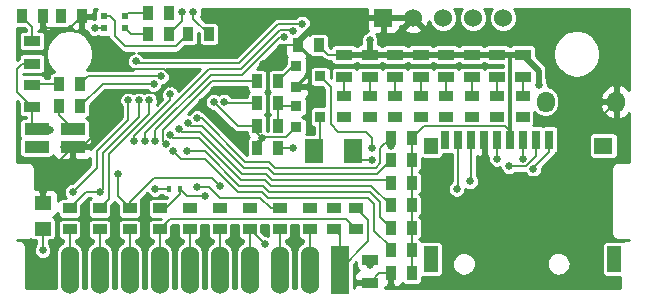
<source format=gtl>
G04 (created by PCBNEW-RS274X (2012-01-19 BZR 3256)-stable) date 26/03/2013 21:56:11*
G01*
G70*
G90*
%MOIN*%
G04 Gerber Fmt 3.4, Leading zero omitted, Abs format*
%FSLAX34Y34*%
G04 APERTURE LIST*
%ADD10C,0.006000*%
%ADD11R,0.036000X0.036000*%
%ADD12R,0.055000X0.045000*%
%ADD13R,0.045000X0.035000*%
%ADD14R,0.035000X0.045000*%
%ADD15R,0.060000X0.160000*%
%ADD16O,0.060000X0.160000*%
%ADD17R,0.060000X0.080000*%
%ADD18R,0.055000X0.035000*%
%ADD19R,0.080000X0.040000*%
%ADD20R,0.047200X0.086600*%
%ADD21R,0.063000X0.055100*%
%ADD22R,0.047200X0.055100*%
%ADD23R,0.027600X0.063000*%
%ADD24R,0.060000X0.060000*%
%ADD25C,0.060000*%
%ADD26R,0.023600X0.023600*%
%ADD27O,0.060000X0.070000*%
%ADD28R,0.015700X0.023600*%
%ADD29C,0.025000*%
%ADD30C,0.008000*%
%ADD31C,0.020000*%
%ADD32C,0.012000*%
%ADD33C,0.010000*%
G04 APERTURE END LIST*
G54D10*
G54D11*
X89500Y-64450D03*
X89500Y-63750D03*
X90300Y-64100D03*
X89500Y-63100D03*
X89500Y-62400D03*
X90300Y-62750D03*
G54D12*
X81050Y-66975D03*
X81050Y-67825D03*
G54D13*
X93650Y-64100D03*
X93650Y-63400D03*
X92800Y-64100D03*
X92800Y-63400D03*
X91950Y-64100D03*
X91950Y-63400D03*
X91100Y-64100D03*
X91100Y-63400D03*
G54D14*
X93350Y-68550D03*
X92650Y-68550D03*
X93350Y-67800D03*
X92650Y-67800D03*
X93350Y-65550D03*
X92650Y-65550D03*
X93350Y-64800D03*
X92650Y-64800D03*
X93350Y-66300D03*
X92650Y-66300D03*
X93350Y-67050D03*
X92650Y-67050D03*
G54D13*
X91500Y-67150D03*
X91500Y-67850D03*
G54D14*
X85250Y-60650D03*
X84550Y-60650D03*
X85250Y-61350D03*
X84550Y-61350D03*
X86600Y-61350D03*
X85900Y-61350D03*
X82300Y-63000D03*
X81600Y-63000D03*
X88900Y-64400D03*
X88200Y-64400D03*
X88200Y-63650D03*
X88900Y-63650D03*
G54D13*
X90750Y-67850D03*
X90750Y-67150D03*
X85950Y-67850D03*
X85950Y-67150D03*
X83950Y-67850D03*
X83950Y-67150D03*
X84950Y-67850D03*
X84950Y-67150D03*
X86950Y-67850D03*
X86950Y-67150D03*
X87950Y-67850D03*
X87950Y-67150D03*
X88950Y-67850D03*
X88950Y-67150D03*
X89950Y-67850D03*
X89950Y-67150D03*
X82950Y-67850D03*
X82950Y-67150D03*
X81950Y-67850D03*
X81950Y-67150D03*
G54D14*
X88200Y-62900D03*
X88900Y-62900D03*
G54D13*
X97050Y-64100D03*
X97050Y-63400D03*
X96200Y-64100D03*
X96200Y-63400D03*
X95350Y-64100D03*
X95350Y-63400D03*
X94500Y-64100D03*
X94500Y-63400D03*
G54D14*
X89550Y-61700D03*
X90250Y-61700D03*
X92650Y-69300D03*
X93350Y-69300D03*
X81650Y-60750D03*
X82350Y-60750D03*
X81050Y-60750D03*
X80350Y-60750D03*
G54D15*
X90950Y-69200D03*
G54D16*
X89950Y-69200D03*
X88950Y-69200D03*
X87950Y-69200D03*
X86950Y-69200D03*
X85950Y-69200D03*
X84950Y-69200D03*
X83950Y-69200D03*
X82950Y-69200D03*
X81950Y-69200D03*
G54D17*
X90100Y-65250D03*
X91400Y-65250D03*
G54D18*
X80700Y-61575D03*
X80700Y-62325D03*
X80700Y-63025D03*
X80700Y-63775D03*
X91100Y-62775D03*
X91100Y-62025D03*
X91950Y-62775D03*
X91950Y-62025D03*
X92800Y-62775D03*
X92800Y-62025D03*
X93650Y-62775D03*
X93650Y-62025D03*
X94500Y-62775D03*
X94500Y-62025D03*
X95350Y-62775D03*
X95350Y-62025D03*
X96200Y-62775D03*
X96200Y-62025D03*
X97050Y-62775D03*
X97050Y-62025D03*
G54D19*
X80850Y-65100D03*
X82050Y-65100D03*
X82050Y-64500D03*
X80850Y-64500D03*
G54D14*
X82300Y-63750D03*
X81600Y-63750D03*
G54D20*
X93999Y-68838D03*
X100101Y-68838D03*
G54D21*
X99747Y-65059D03*
G54D22*
X93999Y-65059D03*
G54D23*
X94471Y-64862D03*
X94904Y-64862D03*
X95337Y-64862D03*
X95770Y-64862D03*
X96204Y-64862D03*
X96637Y-64862D03*
X97070Y-64862D03*
X97503Y-64862D03*
X97936Y-64862D03*
G54D14*
X88200Y-65150D03*
X88900Y-65150D03*
G54D18*
X91950Y-69625D03*
X91950Y-68875D03*
G54D24*
X92400Y-60800D03*
G54D25*
X93400Y-60800D03*
X94400Y-60800D03*
X95400Y-60800D03*
X96400Y-60800D03*
G54D26*
X83100Y-60750D03*
X83100Y-61150D03*
X83800Y-61150D03*
X83800Y-60750D03*
G54D27*
X97819Y-63600D03*
X100181Y-63600D03*
G54D28*
X85627Y-66500D03*
X85273Y-66500D03*
G54D29*
X85150Y-65000D03*
X81950Y-67125D03*
X84800Y-66500D03*
X84250Y-63550D03*
X82950Y-66600D03*
X82950Y-67125D03*
X84600Y-63550D03*
X85700Y-60600D03*
X85000Y-62750D03*
X85250Y-60600D03*
X91100Y-64100D03*
X91950Y-64100D03*
X92800Y-64100D03*
X93650Y-64100D03*
X94500Y-64100D03*
X95350Y-64100D03*
X96200Y-64100D03*
X97050Y-64100D03*
X86075Y-60600D03*
X81650Y-60850D03*
X87100Y-63600D03*
X81050Y-68550D03*
X88450Y-68350D03*
X92025Y-65525D03*
X91500Y-67150D03*
X96200Y-65500D03*
X85900Y-64300D03*
X92650Y-65550D03*
X92650Y-65075D03*
X97050Y-65500D03*
X86200Y-64150D03*
X92650Y-67850D03*
X85850Y-65250D03*
X95300Y-66250D03*
X92650Y-68550D03*
X85400Y-65250D03*
X94850Y-66500D03*
X92650Y-67050D03*
X97400Y-65850D03*
X85300Y-64700D03*
X85600Y-64500D03*
X96600Y-65750D03*
X92650Y-66300D03*
X83950Y-67125D03*
X83550Y-66000D03*
X86950Y-66400D03*
X85950Y-67125D03*
X86950Y-67125D03*
X88950Y-67125D03*
X86200Y-66450D03*
X84950Y-67125D03*
X86450Y-66750D03*
X82050Y-66600D03*
X83900Y-63550D03*
X87950Y-67125D03*
X89950Y-67125D03*
X90750Y-67150D03*
X89100Y-61450D03*
X84800Y-64900D03*
X89400Y-61250D03*
X84450Y-64900D03*
X89700Y-61000D03*
X84150Y-62250D03*
X92650Y-69700D03*
X87450Y-67850D03*
X89450Y-67850D03*
X86450Y-67850D03*
X85300Y-63000D03*
X88450Y-67850D03*
X82450Y-67850D03*
X85450Y-67850D03*
X84450Y-67850D03*
X88400Y-62350D03*
X96350Y-61500D03*
X83450Y-67850D03*
X81050Y-66600D03*
X86350Y-63600D03*
X84950Y-63500D03*
X81750Y-65100D03*
X98400Y-66100D03*
X86750Y-63200D03*
X82750Y-61650D03*
X84750Y-63000D03*
X89400Y-65150D03*
X92025Y-65150D03*
X91950Y-69050D03*
X91950Y-61550D03*
X82800Y-61150D03*
X97600Y-63050D03*
X81300Y-64550D03*
X80700Y-62350D03*
X88350Y-64800D03*
X84100Y-64900D03*
X86750Y-63600D03*
X85300Y-63350D03*
G54D30*
X85150Y-65000D02*
X85050Y-64900D01*
X88200Y-62900D02*
X86700Y-62900D01*
X85050Y-64900D02*
X85050Y-64550D01*
X85050Y-64550D02*
X86700Y-62900D01*
X82950Y-66600D02*
X82500Y-66600D01*
X82500Y-66600D02*
X81950Y-67150D01*
X84250Y-64100D02*
X83050Y-65300D01*
X81950Y-67125D02*
X81950Y-67150D01*
X82950Y-66600D02*
X83050Y-66500D01*
X83050Y-65300D02*
X83050Y-66500D01*
X85273Y-66500D02*
X84800Y-66500D01*
X84250Y-63550D02*
X84250Y-64100D01*
X84600Y-63550D02*
X84600Y-64000D01*
X84600Y-64000D02*
X83250Y-65350D01*
X82950Y-67125D02*
X82950Y-67150D01*
X82950Y-67150D02*
X83250Y-66850D01*
X83250Y-65350D02*
X83250Y-66850D01*
X85700Y-60900D02*
X85250Y-61350D01*
X85700Y-60600D02*
X85700Y-60900D01*
X82300Y-63000D02*
X82550Y-62750D01*
X82550Y-62750D02*
X85000Y-62750D01*
X85250Y-60650D02*
X85250Y-60600D01*
X86075Y-60825D02*
X86600Y-61350D01*
X86075Y-60600D02*
X86075Y-60825D01*
X81650Y-60850D02*
X81650Y-60750D01*
X87150Y-63650D02*
X88200Y-63650D01*
X87100Y-63600D02*
X87150Y-63650D01*
X81050Y-68550D02*
X81050Y-67825D01*
X85950Y-67850D02*
X85950Y-69200D01*
X81950Y-67850D02*
X81950Y-69200D01*
X83950Y-67850D02*
X83950Y-69200D01*
X86950Y-69200D02*
X86950Y-67850D01*
X88950Y-67850D02*
X88950Y-69200D01*
X84950Y-67850D02*
X84950Y-69200D01*
X84950Y-67850D02*
X85300Y-67500D01*
X91500Y-67850D02*
X91450Y-67850D01*
X85300Y-67500D02*
X91150Y-67500D01*
X91150Y-67500D02*
X91500Y-67850D01*
X87950Y-67850D02*
X87950Y-69200D01*
X87950Y-67850D02*
X88450Y-68350D01*
X89950Y-67850D02*
X89950Y-69200D01*
X82950Y-67850D02*
X82950Y-69200D01*
X92025Y-65525D02*
X91675Y-65525D01*
X91675Y-65525D02*
X91400Y-65250D01*
X90950Y-68050D02*
X90750Y-67850D01*
X91900Y-67550D02*
X91500Y-67150D01*
X90950Y-69200D02*
X90950Y-68050D01*
X91900Y-68250D02*
X91900Y-67550D01*
X90950Y-69200D02*
X91900Y-68250D01*
X86350Y-64400D02*
X86000Y-64400D01*
X88750Y-66000D02*
X92200Y-66000D01*
X87750Y-65800D02*
X86350Y-64400D01*
X92200Y-66000D02*
X92650Y-65550D01*
X96200Y-65500D02*
X96200Y-64866D01*
X87750Y-65800D02*
X88550Y-65800D01*
X86000Y-64400D02*
X85900Y-64300D01*
X96200Y-64866D02*
X96204Y-64862D01*
X88550Y-65800D02*
X88750Y-66000D01*
X97050Y-64882D02*
X97070Y-64862D01*
X97050Y-65500D02*
X97050Y-64882D01*
X92300Y-65650D02*
X92300Y-65150D01*
X92150Y-65800D02*
X92300Y-65650D01*
X92300Y-65150D02*
X92650Y-64800D01*
X86350Y-64150D02*
X86200Y-64150D01*
X87800Y-65600D02*
X86350Y-64150D01*
X88800Y-65800D02*
X92150Y-65800D01*
X92650Y-64800D02*
X92650Y-65075D01*
X88600Y-65600D02*
X88800Y-65800D01*
X87800Y-65600D02*
X88600Y-65600D01*
X86450Y-65250D02*
X85850Y-65250D01*
X92300Y-67450D02*
X92650Y-67800D01*
X87600Y-66400D02*
X88400Y-66400D01*
X95337Y-66213D02*
X95337Y-64862D01*
X87600Y-66400D02*
X86450Y-65250D01*
X88400Y-66400D02*
X88600Y-66600D01*
X88600Y-66600D02*
X91950Y-66600D01*
X92650Y-67800D02*
X92650Y-67850D01*
X95300Y-66250D02*
X95337Y-66213D01*
X91950Y-66600D02*
X92300Y-66950D01*
X92300Y-66950D02*
X92300Y-67450D01*
X88350Y-66600D02*
X88550Y-66800D01*
X92650Y-68450D02*
X92650Y-68550D01*
X87550Y-66600D02*
X86450Y-65500D01*
X94850Y-66500D02*
X94904Y-66446D01*
X94904Y-66446D02*
X94904Y-64862D01*
X92100Y-67000D02*
X92100Y-67900D01*
X92100Y-67900D02*
X92650Y-68450D01*
X85650Y-65500D02*
X85400Y-65250D01*
X88550Y-66800D02*
X91900Y-66800D01*
X91900Y-66800D02*
X92100Y-67000D01*
X86450Y-65500D02*
X85650Y-65500D01*
X87550Y-66600D02*
X88350Y-66600D01*
X87650Y-66200D02*
X88450Y-66200D01*
X87650Y-66200D02*
X86250Y-64800D01*
X97400Y-65800D02*
X97400Y-65850D01*
X92650Y-67050D02*
X92000Y-66400D01*
X88650Y-66400D02*
X88450Y-66200D01*
X86250Y-64800D02*
X85400Y-64800D01*
X97936Y-64862D02*
X97936Y-65264D01*
X85400Y-64800D02*
X85300Y-64700D01*
X97936Y-65264D02*
X97400Y-65800D01*
X92000Y-66400D02*
X88650Y-66400D01*
X97150Y-65750D02*
X97503Y-65397D01*
X87700Y-66000D02*
X86300Y-64600D01*
X88500Y-66000D02*
X88700Y-66200D01*
X86300Y-64600D02*
X85700Y-64600D01*
X96600Y-65750D02*
X97150Y-65750D01*
X87700Y-66000D02*
X88500Y-66000D01*
X85700Y-64600D02*
X85600Y-64500D01*
X97503Y-65397D02*
X97503Y-64862D01*
X92650Y-66300D02*
X92550Y-66200D01*
X88700Y-66200D02*
X92550Y-66200D01*
X83950Y-67125D02*
X83950Y-67150D01*
X86950Y-66400D02*
X86700Y-66150D01*
X86700Y-66150D02*
X84750Y-66150D01*
X83950Y-66950D02*
X83950Y-67150D01*
X83550Y-66750D02*
X83950Y-67150D01*
X83550Y-66000D02*
X83550Y-66750D01*
X84750Y-66150D02*
X83950Y-66950D01*
X85950Y-67125D02*
X85950Y-67150D01*
X86950Y-67125D02*
X86950Y-67150D01*
X88950Y-67150D02*
X88650Y-67150D01*
X88950Y-67125D02*
X88950Y-67150D01*
X88650Y-67150D02*
X88300Y-66800D01*
X86600Y-66450D02*
X86950Y-66800D01*
X86200Y-66450D02*
X86600Y-66450D01*
X86950Y-66800D02*
X88300Y-66800D01*
X86450Y-66750D02*
X85877Y-66750D01*
X85627Y-66500D02*
X85627Y-66673D01*
X85877Y-66750D02*
X85627Y-66500D01*
X85150Y-67150D02*
X84950Y-67150D01*
X85627Y-66673D02*
X85150Y-67150D01*
X84950Y-67125D02*
X84950Y-67150D01*
X87950Y-67125D02*
X87950Y-67150D01*
X83900Y-64200D02*
X83900Y-63550D01*
X82850Y-65250D02*
X82850Y-65800D01*
X82850Y-65800D02*
X82050Y-66600D01*
X83900Y-64200D02*
X82850Y-65250D01*
X89950Y-67125D02*
X89950Y-67150D01*
X88950Y-61450D02*
X87700Y-62700D01*
X84800Y-64550D02*
X86650Y-62700D01*
X84800Y-64900D02*
X84800Y-64550D01*
X89100Y-61450D02*
X88950Y-61450D01*
X87700Y-62700D02*
X86650Y-62700D01*
X89400Y-61250D02*
X89350Y-61200D01*
X87650Y-62500D02*
X86600Y-62500D01*
X84450Y-64650D02*
X86600Y-62500D01*
X89350Y-61200D02*
X88950Y-61200D01*
X84450Y-64900D02*
X84450Y-64650D01*
X88950Y-61200D02*
X87650Y-62500D01*
X84150Y-62250D02*
X84200Y-62300D01*
X84200Y-62300D02*
X87600Y-62300D01*
X89700Y-61000D02*
X88900Y-61000D01*
X88900Y-61000D02*
X87600Y-62300D01*
G54D31*
X96350Y-61500D02*
X97350Y-61500D01*
X97600Y-61750D02*
X97600Y-62050D01*
X97350Y-61500D02*
X97600Y-61750D01*
G54D30*
X92650Y-69300D02*
X92650Y-69700D01*
G54D31*
X93400Y-60800D02*
X92400Y-60800D01*
X100181Y-63600D02*
X98700Y-63600D01*
X98700Y-63600D02*
X97900Y-62800D01*
X97600Y-62050D02*
X97900Y-62350D01*
X97900Y-62800D02*
X97900Y-62350D01*
X90350Y-60800D02*
X89550Y-61600D01*
X96350Y-61500D02*
X94100Y-61500D01*
X89550Y-61600D02*
X89550Y-61700D01*
G54D30*
X82350Y-60750D02*
X81950Y-61150D01*
G54D31*
X94100Y-61500D02*
X93400Y-60800D01*
G54D30*
X81050Y-66975D02*
X81050Y-66600D01*
X88400Y-62350D02*
X89050Y-61700D01*
G54D31*
X92400Y-60800D02*
X90350Y-60800D01*
G54D30*
X89050Y-61700D02*
X89550Y-61700D01*
X81200Y-61150D02*
X81950Y-61150D01*
X95770Y-64862D02*
X95770Y-65720D01*
X98950Y-65550D02*
X98950Y-64831D01*
X85300Y-63000D02*
X84950Y-63350D01*
X92275Y-69300D02*
X92650Y-69300D01*
X91950Y-69625D02*
X92275Y-69300D01*
X82350Y-61250D02*
X82750Y-61650D01*
X85300Y-62700D02*
X85100Y-62500D01*
G54D32*
X89900Y-62700D02*
X89500Y-63100D01*
G54D30*
X81050Y-61000D02*
X81200Y-61150D01*
X84950Y-63500D02*
X84750Y-63300D01*
X84950Y-63350D02*
X84950Y-63500D01*
X82650Y-64350D02*
X82650Y-64800D01*
X81050Y-66100D02*
X82050Y-65100D01*
X98400Y-66100D02*
X98950Y-65550D01*
G54D32*
X89900Y-62050D02*
X89900Y-62700D01*
G54D30*
X95770Y-65720D02*
X96150Y-66100D01*
X86750Y-63200D02*
X86350Y-63600D01*
X85300Y-63000D02*
X85300Y-62700D01*
X83600Y-62500D02*
X82750Y-61650D01*
X84750Y-63300D02*
X83700Y-63300D01*
X81050Y-60750D02*
X81050Y-61000D01*
X81050Y-66600D02*
X81050Y-66100D01*
X81750Y-65100D02*
X82050Y-65100D01*
X98950Y-64831D02*
X100181Y-63600D01*
X82350Y-60750D02*
X82350Y-61250D01*
X82350Y-65100D02*
X82650Y-64800D01*
X96150Y-66100D02*
X98400Y-66100D01*
G54D32*
X89550Y-61700D02*
X89900Y-62050D01*
G54D30*
X82050Y-65100D02*
X82350Y-65100D01*
X85100Y-62500D02*
X83600Y-62500D01*
X83700Y-63300D02*
X82650Y-64350D01*
X91100Y-62775D02*
X91100Y-63400D01*
X91950Y-62775D02*
X91950Y-63400D01*
X84000Y-61350D02*
X83800Y-61150D01*
X84550Y-61350D02*
X84000Y-61350D01*
X83900Y-60650D02*
X83800Y-60750D01*
X84550Y-60650D02*
X83900Y-60650D01*
X83300Y-60750D02*
X83450Y-60900D01*
X85500Y-61750D02*
X85900Y-61350D01*
X83100Y-60750D02*
X83300Y-60750D01*
X83800Y-61750D02*
X85500Y-61750D01*
X83450Y-61400D02*
X83800Y-61750D01*
X83450Y-60900D02*
X83450Y-61400D01*
X96200Y-62775D02*
X96200Y-63400D01*
X92800Y-62775D02*
X92800Y-63400D01*
X93650Y-62775D02*
X93650Y-63400D01*
X89000Y-63750D02*
X88900Y-63650D01*
X88900Y-64400D02*
X88900Y-63650D01*
X89500Y-63750D02*
X89000Y-63750D01*
X80725Y-63000D02*
X80700Y-63025D01*
X81600Y-63000D02*
X80725Y-63000D01*
X90300Y-65050D02*
X90100Y-65250D01*
X90300Y-64100D02*
X90300Y-65050D01*
X95350Y-62775D02*
X95350Y-63400D01*
X94500Y-62775D02*
X94500Y-63400D01*
X97050Y-62775D02*
X97050Y-63400D01*
X83050Y-63000D02*
X84750Y-63000D01*
X82300Y-63750D02*
X83050Y-63000D01*
X81600Y-63750D02*
X81600Y-64050D01*
X81600Y-64050D02*
X82050Y-64500D01*
X80700Y-61575D02*
X80700Y-61100D01*
X80700Y-61100D02*
X80350Y-60750D01*
X88900Y-62900D02*
X89400Y-62400D01*
X89400Y-62400D02*
X89500Y-62400D01*
X90650Y-64350D02*
X90900Y-64600D01*
X90650Y-63100D02*
X90650Y-64350D01*
X90300Y-62750D02*
X90650Y-63100D01*
X92025Y-64800D02*
X92025Y-65150D01*
X90900Y-64600D02*
X91825Y-64600D01*
X88900Y-65150D02*
X89400Y-65150D01*
X91825Y-64600D02*
X92025Y-64800D01*
X91950Y-68875D02*
X91950Y-69050D01*
X93350Y-68550D02*
X93350Y-67800D01*
X90575Y-62025D02*
X90250Y-61700D01*
X93750Y-64400D02*
X96450Y-64400D01*
G54D31*
X96200Y-62025D02*
X95350Y-62025D01*
G54D30*
X80700Y-64350D02*
X80850Y-64500D01*
X80200Y-62500D02*
X80200Y-63275D01*
X81250Y-64500D02*
X80850Y-64500D01*
X96637Y-64587D02*
X96637Y-64862D01*
G54D31*
X91950Y-62025D02*
X91100Y-62025D01*
G54D30*
X81300Y-64550D02*
X81250Y-64500D01*
X88200Y-64400D02*
X88200Y-64650D01*
G54D31*
X92800Y-62025D02*
X91950Y-62025D01*
G54D30*
X93350Y-67800D02*
X93350Y-67050D01*
X84100Y-64750D02*
X85300Y-63550D01*
G54D31*
X95350Y-62025D02*
X94500Y-62025D01*
X91950Y-61550D02*
X91950Y-62025D01*
X97600Y-62575D02*
X97050Y-62025D01*
X97600Y-63050D02*
X97600Y-62575D01*
G54D30*
X88350Y-64800D02*
X88375Y-64775D01*
G54D31*
X94500Y-62025D02*
X93650Y-62025D01*
G54D30*
X80700Y-62325D02*
X80375Y-62325D01*
X88200Y-65150D02*
X88200Y-64950D01*
X84100Y-64900D02*
X84100Y-64750D01*
X88375Y-64775D02*
X89175Y-64775D01*
G54D31*
X93650Y-62025D02*
X92800Y-62025D01*
G54D30*
X80700Y-63775D02*
X80700Y-64350D01*
X91100Y-62025D02*
X90575Y-62025D01*
X80375Y-62325D02*
X80200Y-62500D01*
G54D32*
X96637Y-64862D02*
X96625Y-64850D01*
G54D30*
X93350Y-66300D02*
X93350Y-65550D01*
G54D31*
X97050Y-62025D02*
X96625Y-62025D01*
G54D30*
X82800Y-61150D02*
X83100Y-61150D01*
X80700Y-62350D02*
X80700Y-62325D01*
X96450Y-64400D02*
X96637Y-64587D01*
X88200Y-64650D02*
X88350Y-64800D01*
X93350Y-64800D02*
X93750Y-64400D01*
X80200Y-63275D02*
X80700Y-63775D01*
X89175Y-64775D02*
X89500Y-64450D01*
X87550Y-64400D02*
X88200Y-64400D01*
X93350Y-65550D02*
X93350Y-64800D01*
G54D32*
X96625Y-64850D02*
X96625Y-62025D01*
G54D30*
X93350Y-69300D02*
X93350Y-68550D01*
X88200Y-64950D02*
X88350Y-64800D01*
X93350Y-67050D02*
X93350Y-66300D01*
X85300Y-63550D02*
X85300Y-63350D01*
X86750Y-63600D02*
X87550Y-64400D01*
G54D31*
X96625Y-62025D02*
X96200Y-62025D01*
G54D10*
G36*
X84082Y-61960D02*
X83984Y-62001D01*
X83901Y-62083D01*
X83856Y-62191D01*
X83856Y-62308D01*
X83901Y-62416D01*
X83983Y-62499D01*
X84081Y-62540D01*
X82550Y-62540D01*
X82522Y-62545D01*
X82536Y-62532D01*
X82666Y-62339D01*
X82695Y-62268D01*
X82741Y-62039D01*
X82741Y-62038D01*
X82741Y-61962D01*
X82741Y-61961D01*
X82695Y-61732D01*
X82666Y-61661D01*
X82536Y-61468D01*
X82482Y-61414D01*
X82288Y-61284D01*
X82218Y-61255D01*
X81988Y-61209D01*
X81912Y-61209D01*
X81911Y-61209D01*
X81682Y-61255D01*
X81611Y-61284D01*
X81418Y-61414D01*
X81364Y-61468D01*
X81234Y-61662D01*
X81205Y-61732D01*
X81159Y-61962D01*
X81159Y-62038D01*
X81205Y-62268D01*
X81234Y-62338D01*
X81364Y-62532D01*
X81418Y-62586D01*
X81446Y-62605D01*
X81391Y-62605D01*
X81329Y-62631D01*
X81281Y-62679D01*
X81255Y-62741D01*
X81255Y-62790D01*
X81134Y-62790D01*
X81119Y-62754D01*
X81071Y-62706D01*
X81009Y-62680D01*
X80941Y-62680D01*
X80410Y-62680D01*
X80410Y-62670D01*
X80459Y-62670D01*
X81009Y-62670D01*
X81071Y-62644D01*
X81119Y-62596D01*
X81145Y-62534D01*
X81145Y-62466D01*
X81145Y-62116D01*
X81119Y-62054D01*
X81071Y-62006D01*
X81009Y-61980D01*
X80941Y-61980D01*
X80391Y-61980D01*
X80329Y-62006D01*
X80281Y-62054D01*
X80255Y-62116D01*
X80255Y-62157D01*
X80226Y-62177D01*
X80195Y-62208D01*
X80195Y-61145D01*
X80209Y-61145D01*
X80448Y-61145D01*
X80490Y-61186D01*
X80490Y-61230D01*
X80391Y-61230D01*
X80329Y-61256D01*
X80281Y-61304D01*
X80255Y-61366D01*
X80255Y-61434D01*
X80255Y-61784D01*
X80281Y-61846D01*
X80329Y-61894D01*
X80391Y-61920D01*
X80459Y-61920D01*
X81009Y-61920D01*
X81071Y-61894D01*
X81119Y-61846D01*
X81145Y-61784D01*
X81145Y-61716D01*
X81145Y-61366D01*
X81119Y-61304D01*
X81071Y-61256D01*
X81009Y-61230D01*
X80941Y-61230D01*
X80910Y-61230D01*
X80910Y-61224D01*
X80938Y-61225D01*
X81000Y-61163D01*
X81000Y-60850D01*
X81000Y-60800D01*
X81000Y-60700D01*
X81100Y-60700D01*
X81100Y-60800D01*
X81100Y-60850D01*
X81100Y-61163D01*
X81162Y-61225D01*
X81274Y-61224D01*
X81366Y-61186D01*
X81417Y-61134D01*
X81441Y-61145D01*
X81509Y-61145D01*
X81859Y-61145D01*
X81921Y-61119D01*
X81952Y-61087D01*
X81964Y-61116D01*
X82034Y-61186D01*
X82126Y-61224D01*
X82238Y-61225D01*
X82300Y-61163D01*
X82300Y-60850D01*
X82300Y-60800D01*
X82300Y-60700D01*
X82400Y-60700D01*
X82450Y-60700D01*
X82713Y-60700D01*
X82775Y-60638D01*
X82774Y-60574D01*
X82774Y-60495D01*
X82879Y-60495D01*
X82838Y-60536D01*
X82812Y-60598D01*
X82812Y-60666D01*
X82812Y-60856D01*
X82769Y-60856D01*
X82713Y-60800D01*
X82400Y-60800D01*
X82400Y-61163D01*
X82462Y-61225D01*
X82512Y-61224D01*
X82551Y-61316D01*
X82633Y-61399D01*
X82741Y-61444D01*
X82858Y-61444D01*
X82910Y-61422D01*
X82948Y-61438D01*
X83016Y-61438D01*
X83247Y-61438D01*
X83253Y-61467D01*
X83256Y-61481D01*
X83302Y-61548D01*
X83651Y-61898D01*
X83652Y-61898D01*
X83697Y-61928D01*
X83719Y-61943D01*
X83720Y-61944D01*
X83799Y-61959D01*
X83800Y-61960D01*
X84082Y-61960D01*
X84082Y-61960D01*
G37*
G54D33*
X84082Y-61960D02*
X83984Y-62001D01*
X83901Y-62083D01*
X83856Y-62191D01*
X83856Y-62308D01*
X83901Y-62416D01*
X83983Y-62499D01*
X84081Y-62540D01*
X82550Y-62540D01*
X82522Y-62545D01*
X82536Y-62532D01*
X82666Y-62339D01*
X82695Y-62268D01*
X82741Y-62039D01*
X82741Y-62038D01*
X82741Y-61962D01*
X82741Y-61961D01*
X82695Y-61732D01*
X82666Y-61661D01*
X82536Y-61468D01*
X82482Y-61414D01*
X82288Y-61284D01*
X82218Y-61255D01*
X81988Y-61209D01*
X81912Y-61209D01*
X81911Y-61209D01*
X81682Y-61255D01*
X81611Y-61284D01*
X81418Y-61414D01*
X81364Y-61468D01*
X81234Y-61662D01*
X81205Y-61732D01*
X81159Y-61962D01*
X81159Y-62038D01*
X81205Y-62268D01*
X81234Y-62338D01*
X81364Y-62532D01*
X81418Y-62586D01*
X81446Y-62605D01*
X81391Y-62605D01*
X81329Y-62631D01*
X81281Y-62679D01*
X81255Y-62741D01*
X81255Y-62790D01*
X81134Y-62790D01*
X81119Y-62754D01*
X81071Y-62706D01*
X81009Y-62680D01*
X80941Y-62680D01*
X80410Y-62680D01*
X80410Y-62670D01*
X80459Y-62670D01*
X81009Y-62670D01*
X81071Y-62644D01*
X81119Y-62596D01*
X81145Y-62534D01*
X81145Y-62466D01*
X81145Y-62116D01*
X81119Y-62054D01*
X81071Y-62006D01*
X81009Y-61980D01*
X80941Y-61980D01*
X80391Y-61980D01*
X80329Y-62006D01*
X80281Y-62054D01*
X80255Y-62116D01*
X80255Y-62157D01*
X80226Y-62177D01*
X80195Y-62208D01*
X80195Y-61145D01*
X80209Y-61145D01*
X80448Y-61145D01*
X80490Y-61186D01*
X80490Y-61230D01*
X80391Y-61230D01*
X80329Y-61256D01*
X80281Y-61304D01*
X80255Y-61366D01*
X80255Y-61434D01*
X80255Y-61784D01*
X80281Y-61846D01*
X80329Y-61894D01*
X80391Y-61920D01*
X80459Y-61920D01*
X81009Y-61920D01*
X81071Y-61894D01*
X81119Y-61846D01*
X81145Y-61784D01*
X81145Y-61716D01*
X81145Y-61366D01*
X81119Y-61304D01*
X81071Y-61256D01*
X81009Y-61230D01*
X80941Y-61230D01*
X80910Y-61230D01*
X80910Y-61224D01*
X80938Y-61225D01*
X81000Y-61163D01*
X81000Y-60850D01*
X81000Y-60800D01*
X81000Y-60700D01*
X81100Y-60700D01*
X81100Y-60800D01*
X81100Y-60850D01*
X81100Y-61163D01*
X81162Y-61225D01*
X81274Y-61224D01*
X81366Y-61186D01*
X81417Y-61134D01*
X81441Y-61145D01*
X81509Y-61145D01*
X81859Y-61145D01*
X81921Y-61119D01*
X81952Y-61087D01*
X81964Y-61116D01*
X82034Y-61186D01*
X82126Y-61224D01*
X82238Y-61225D01*
X82300Y-61163D01*
X82300Y-60850D01*
X82300Y-60800D01*
X82300Y-60700D01*
X82400Y-60700D01*
X82450Y-60700D01*
X82713Y-60700D01*
X82775Y-60638D01*
X82774Y-60574D01*
X82774Y-60495D01*
X82879Y-60495D01*
X82838Y-60536D01*
X82812Y-60598D01*
X82812Y-60666D01*
X82812Y-60856D01*
X82769Y-60856D01*
X82713Y-60800D01*
X82400Y-60800D01*
X82400Y-61163D01*
X82462Y-61225D01*
X82512Y-61224D01*
X82551Y-61316D01*
X82633Y-61399D01*
X82741Y-61444D01*
X82858Y-61444D01*
X82910Y-61422D01*
X82948Y-61438D01*
X83016Y-61438D01*
X83247Y-61438D01*
X83253Y-61467D01*
X83256Y-61481D01*
X83302Y-61548D01*
X83651Y-61898D01*
X83652Y-61898D01*
X83697Y-61928D01*
X83719Y-61943D01*
X83720Y-61944D01*
X83799Y-61959D01*
X83800Y-61960D01*
X84082Y-61960D01*
G54D10*
G36*
X84599Y-63256D02*
X84542Y-63256D01*
X84434Y-63301D01*
X84425Y-63309D01*
X84417Y-63301D01*
X84309Y-63256D01*
X84192Y-63256D01*
X84084Y-63301D01*
X84075Y-63309D01*
X84067Y-63301D01*
X83959Y-63256D01*
X83842Y-63256D01*
X83734Y-63301D01*
X83651Y-63383D01*
X83606Y-63491D01*
X83606Y-63608D01*
X83651Y-63716D01*
X83690Y-63755D01*
X83690Y-64113D01*
X82702Y-65102D01*
X82656Y-65168D01*
X82638Y-65150D01*
X82100Y-65150D01*
X82100Y-65488D01*
X82162Y-65550D01*
X82499Y-65549D01*
X82591Y-65511D01*
X82640Y-65462D01*
X82640Y-65713D01*
X82047Y-66306D01*
X81992Y-66306D01*
X81884Y-66351D01*
X81801Y-66433D01*
X81756Y-66541D01*
X81756Y-66658D01*
X81801Y-66766D01*
X81839Y-66805D01*
X81691Y-66805D01*
X81629Y-66831D01*
X81581Y-66879D01*
X81575Y-66893D01*
X81575Y-66875D01*
X81563Y-66875D01*
X81575Y-66863D01*
X81574Y-66701D01*
X81536Y-66609D01*
X81466Y-66539D01*
X81375Y-66501D01*
X81276Y-66501D01*
X81162Y-66500D01*
X81100Y-66562D01*
X81100Y-66875D01*
X81100Y-66925D01*
X81100Y-67025D01*
X81000Y-67025D01*
X81000Y-66925D01*
X81000Y-66875D01*
X81000Y-66562D01*
X80938Y-66500D01*
X80824Y-66501D01*
X80795Y-66501D01*
X80795Y-65800D01*
X80780Y-65725D01*
X80738Y-65662D01*
X80675Y-65620D01*
X80600Y-65605D01*
X80195Y-65605D01*
X80195Y-63566D01*
X80255Y-63626D01*
X80255Y-63634D01*
X80255Y-63984D01*
X80281Y-64046D01*
X80329Y-64094D01*
X80391Y-64120D01*
X80459Y-64120D01*
X80490Y-64120D01*
X80490Y-64130D01*
X80416Y-64130D01*
X80354Y-64156D01*
X80306Y-64204D01*
X80280Y-64266D01*
X80280Y-64334D01*
X80280Y-64734D01*
X80306Y-64796D01*
X80310Y-64800D01*
X80306Y-64804D01*
X80280Y-64866D01*
X80280Y-64934D01*
X80280Y-65334D01*
X80306Y-65396D01*
X80354Y-65444D01*
X80416Y-65470D01*
X80484Y-65470D01*
X81284Y-65470D01*
X81346Y-65444D01*
X81394Y-65396D01*
X81407Y-65364D01*
X81439Y-65441D01*
X81509Y-65511D01*
X81601Y-65549D01*
X81938Y-65550D01*
X82000Y-65488D01*
X82000Y-65200D01*
X82000Y-65150D01*
X82000Y-65050D01*
X82100Y-65050D01*
X82150Y-65050D01*
X82638Y-65050D01*
X82700Y-64988D01*
X82699Y-64949D01*
X82699Y-64850D01*
X82661Y-64759D01*
X82620Y-64718D01*
X82620Y-64666D01*
X82620Y-64266D01*
X82594Y-64204D01*
X82546Y-64156D01*
X82514Y-64142D01*
X82571Y-64119D01*
X82619Y-64071D01*
X82645Y-64009D01*
X82645Y-63941D01*
X82645Y-63701D01*
X83136Y-63210D01*
X84544Y-63210D01*
X84583Y-63249D01*
X84599Y-63256D01*
X84599Y-63256D01*
G37*
G54D33*
X84599Y-63256D02*
X84542Y-63256D01*
X84434Y-63301D01*
X84425Y-63309D01*
X84417Y-63301D01*
X84309Y-63256D01*
X84192Y-63256D01*
X84084Y-63301D01*
X84075Y-63309D01*
X84067Y-63301D01*
X83959Y-63256D01*
X83842Y-63256D01*
X83734Y-63301D01*
X83651Y-63383D01*
X83606Y-63491D01*
X83606Y-63608D01*
X83651Y-63716D01*
X83690Y-63755D01*
X83690Y-64113D01*
X82702Y-65102D01*
X82656Y-65168D01*
X82638Y-65150D01*
X82100Y-65150D01*
X82100Y-65488D01*
X82162Y-65550D01*
X82499Y-65549D01*
X82591Y-65511D01*
X82640Y-65462D01*
X82640Y-65713D01*
X82047Y-66306D01*
X81992Y-66306D01*
X81884Y-66351D01*
X81801Y-66433D01*
X81756Y-66541D01*
X81756Y-66658D01*
X81801Y-66766D01*
X81839Y-66805D01*
X81691Y-66805D01*
X81629Y-66831D01*
X81581Y-66879D01*
X81575Y-66893D01*
X81575Y-66875D01*
X81563Y-66875D01*
X81575Y-66863D01*
X81574Y-66701D01*
X81536Y-66609D01*
X81466Y-66539D01*
X81375Y-66501D01*
X81276Y-66501D01*
X81162Y-66500D01*
X81100Y-66562D01*
X81100Y-66875D01*
X81100Y-66925D01*
X81100Y-67025D01*
X81000Y-67025D01*
X81000Y-66925D01*
X81000Y-66875D01*
X81000Y-66562D01*
X80938Y-66500D01*
X80824Y-66501D01*
X80795Y-66501D01*
X80795Y-65800D01*
X80780Y-65725D01*
X80738Y-65662D01*
X80675Y-65620D01*
X80600Y-65605D01*
X80195Y-65605D01*
X80195Y-63566D01*
X80255Y-63626D01*
X80255Y-63634D01*
X80255Y-63984D01*
X80281Y-64046D01*
X80329Y-64094D01*
X80391Y-64120D01*
X80459Y-64120D01*
X80490Y-64120D01*
X80490Y-64130D01*
X80416Y-64130D01*
X80354Y-64156D01*
X80306Y-64204D01*
X80280Y-64266D01*
X80280Y-64334D01*
X80280Y-64734D01*
X80306Y-64796D01*
X80310Y-64800D01*
X80306Y-64804D01*
X80280Y-64866D01*
X80280Y-64934D01*
X80280Y-65334D01*
X80306Y-65396D01*
X80354Y-65444D01*
X80416Y-65470D01*
X80484Y-65470D01*
X81284Y-65470D01*
X81346Y-65444D01*
X81394Y-65396D01*
X81407Y-65364D01*
X81439Y-65441D01*
X81509Y-65511D01*
X81601Y-65549D01*
X81938Y-65550D01*
X82000Y-65488D01*
X82000Y-65200D01*
X82000Y-65150D01*
X82000Y-65050D01*
X82100Y-65050D01*
X82150Y-65050D01*
X82638Y-65050D01*
X82700Y-64988D01*
X82699Y-64949D01*
X82699Y-64850D01*
X82661Y-64759D01*
X82620Y-64718D01*
X82620Y-64666D01*
X82620Y-64266D01*
X82594Y-64204D01*
X82546Y-64156D01*
X82514Y-64142D01*
X82571Y-64119D01*
X82619Y-64071D01*
X82645Y-64009D01*
X82645Y-63941D01*
X82645Y-63701D01*
X83136Y-63210D01*
X84544Y-63210D01*
X84583Y-63249D01*
X84599Y-63256D01*
G54D10*
G36*
X85215Y-66788D02*
X85198Y-66805D01*
X85141Y-66805D01*
X84691Y-66805D01*
X84629Y-66831D01*
X84581Y-66879D01*
X84555Y-66941D01*
X84555Y-67009D01*
X84555Y-67359D01*
X84581Y-67421D01*
X84629Y-67469D01*
X84691Y-67495D01*
X84759Y-67495D01*
X85008Y-67495D01*
X84998Y-67505D01*
X84691Y-67505D01*
X84629Y-67531D01*
X84581Y-67579D01*
X84555Y-67641D01*
X84555Y-67709D01*
X84555Y-68059D01*
X84581Y-68121D01*
X84629Y-68169D01*
X84691Y-68195D01*
X84740Y-68195D01*
X84740Y-68269D01*
X84690Y-68290D01*
X84560Y-68419D01*
X84489Y-68589D01*
X84489Y-68772D01*
X84489Y-69805D01*
X84411Y-69805D01*
X84411Y-69628D01*
X84411Y-68590D01*
X84341Y-68421D01*
X84212Y-68291D01*
X84160Y-68269D01*
X84160Y-68195D01*
X84209Y-68195D01*
X84271Y-68169D01*
X84319Y-68121D01*
X84345Y-68059D01*
X84345Y-67991D01*
X84345Y-67641D01*
X84319Y-67579D01*
X84271Y-67531D01*
X84209Y-67505D01*
X84141Y-67505D01*
X83691Y-67505D01*
X83629Y-67531D01*
X83581Y-67579D01*
X83555Y-67641D01*
X83555Y-67709D01*
X83555Y-68059D01*
X83581Y-68121D01*
X83629Y-68169D01*
X83691Y-68195D01*
X83740Y-68195D01*
X83740Y-68269D01*
X83690Y-68290D01*
X83560Y-68419D01*
X83489Y-68589D01*
X83489Y-68772D01*
X83489Y-69805D01*
X83411Y-69805D01*
X83411Y-69628D01*
X83411Y-68590D01*
X83341Y-68421D01*
X83212Y-68291D01*
X83160Y-68269D01*
X83160Y-68195D01*
X83209Y-68195D01*
X83271Y-68169D01*
X83319Y-68121D01*
X83345Y-68059D01*
X83345Y-67991D01*
X83345Y-67641D01*
X83319Y-67579D01*
X83271Y-67531D01*
X83209Y-67505D01*
X83141Y-67505D01*
X82691Y-67505D01*
X82629Y-67531D01*
X82581Y-67579D01*
X82555Y-67641D01*
X82555Y-67709D01*
X82555Y-68059D01*
X82581Y-68121D01*
X82629Y-68169D01*
X82691Y-68195D01*
X82740Y-68195D01*
X82740Y-68269D01*
X82690Y-68290D01*
X82560Y-68419D01*
X82489Y-68589D01*
X82489Y-68772D01*
X82489Y-69805D01*
X82411Y-69805D01*
X82411Y-69628D01*
X82411Y-68590D01*
X82341Y-68421D01*
X82212Y-68291D01*
X82160Y-68269D01*
X82160Y-68195D01*
X82209Y-68195D01*
X82271Y-68169D01*
X82319Y-68121D01*
X82345Y-68059D01*
X82345Y-67991D01*
X82345Y-67641D01*
X82319Y-67579D01*
X82271Y-67531D01*
X82209Y-67505D01*
X82141Y-67505D01*
X81691Y-67505D01*
X81629Y-67531D01*
X81581Y-67579D01*
X81555Y-67641D01*
X81555Y-67709D01*
X81555Y-68059D01*
X81581Y-68121D01*
X81629Y-68169D01*
X81691Y-68195D01*
X81740Y-68195D01*
X81740Y-68269D01*
X81690Y-68290D01*
X81560Y-68419D01*
X81489Y-68589D01*
X81489Y-68772D01*
X81489Y-69805D01*
X80495Y-69805D01*
X80495Y-68400D01*
X80480Y-68325D01*
X80438Y-68262D01*
X80375Y-68220D01*
X80300Y-68205D01*
X80195Y-68205D01*
X80195Y-68195D01*
X80600Y-68195D01*
X80666Y-68181D01*
X80679Y-68194D01*
X80741Y-68220D01*
X80809Y-68220D01*
X80840Y-68220D01*
X80840Y-68344D01*
X80801Y-68383D01*
X80756Y-68491D01*
X80756Y-68608D01*
X80801Y-68716D01*
X80883Y-68799D01*
X80991Y-68844D01*
X81108Y-68844D01*
X81216Y-68799D01*
X81299Y-68717D01*
X81344Y-68609D01*
X81344Y-68492D01*
X81299Y-68384D01*
X81260Y-68344D01*
X81260Y-68220D01*
X81359Y-68220D01*
X81421Y-68194D01*
X81469Y-68146D01*
X81495Y-68084D01*
X81495Y-68016D01*
X81495Y-67566D01*
X81469Y-67504D01*
X81421Y-67456D01*
X81389Y-67442D01*
X81466Y-67411D01*
X81536Y-67341D01*
X81555Y-67295D01*
X81555Y-67359D01*
X81581Y-67421D01*
X81629Y-67469D01*
X81691Y-67495D01*
X81759Y-67495D01*
X82209Y-67495D01*
X82271Y-67469D01*
X82319Y-67421D01*
X82345Y-67359D01*
X82345Y-67291D01*
X82345Y-67051D01*
X82586Y-66810D01*
X82679Y-66810D01*
X82629Y-66831D01*
X82581Y-66879D01*
X82555Y-66941D01*
X82555Y-67009D01*
X82555Y-67359D01*
X82581Y-67421D01*
X82629Y-67469D01*
X82691Y-67495D01*
X82759Y-67495D01*
X83209Y-67495D01*
X83271Y-67469D01*
X83319Y-67421D01*
X83345Y-67359D01*
X83345Y-67291D01*
X83345Y-67051D01*
X83398Y-66999D01*
X83398Y-66998D01*
X83439Y-66936D01*
X83440Y-66936D01*
X83555Y-67051D01*
X83555Y-67359D01*
X83581Y-67421D01*
X83629Y-67469D01*
X83691Y-67495D01*
X83759Y-67495D01*
X84209Y-67495D01*
X84271Y-67469D01*
X84319Y-67421D01*
X84345Y-67359D01*
X84345Y-67291D01*
X84345Y-66941D01*
X84319Y-66879D01*
X84318Y-66878D01*
X84544Y-66651D01*
X84551Y-66666D01*
X84633Y-66749D01*
X84741Y-66794D01*
X84858Y-66794D01*
X84966Y-66749D01*
X85005Y-66710D01*
X85049Y-66710D01*
X85051Y-66714D01*
X85099Y-66762D01*
X85161Y-66788D01*
X85215Y-66788D01*
X85215Y-66788D01*
G37*
G54D33*
X85215Y-66788D02*
X85198Y-66805D01*
X85141Y-66805D01*
X84691Y-66805D01*
X84629Y-66831D01*
X84581Y-66879D01*
X84555Y-66941D01*
X84555Y-67009D01*
X84555Y-67359D01*
X84581Y-67421D01*
X84629Y-67469D01*
X84691Y-67495D01*
X84759Y-67495D01*
X85008Y-67495D01*
X84998Y-67505D01*
X84691Y-67505D01*
X84629Y-67531D01*
X84581Y-67579D01*
X84555Y-67641D01*
X84555Y-67709D01*
X84555Y-68059D01*
X84581Y-68121D01*
X84629Y-68169D01*
X84691Y-68195D01*
X84740Y-68195D01*
X84740Y-68269D01*
X84690Y-68290D01*
X84560Y-68419D01*
X84489Y-68589D01*
X84489Y-68772D01*
X84489Y-69805D01*
X84411Y-69805D01*
X84411Y-69628D01*
X84411Y-68590D01*
X84341Y-68421D01*
X84212Y-68291D01*
X84160Y-68269D01*
X84160Y-68195D01*
X84209Y-68195D01*
X84271Y-68169D01*
X84319Y-68121D01*
X84345Y-68059D01*
X84345Y-67991D01*
X84345Y-67641D01*
X84319Y-67579D01*
X84271Y-67531D01*
X84209Y-67505D01*
X84141Y-67505D01*
X83691Y-67505D01*
X83629Y-67531D01*
X83581Y-67579D01*
X83555Y-67641D01*
X83555Y-67709D01*
X83555Y-68059D01*
X83581Y-68121D01*
X83629Y-68169D01*
X83691Y-68195D01*
X83740Y-68195D01*
X83740Y-68269D01*
X83690Y-68290D01*
X83560Y-68419D01*
X83489Y-68589D01*
X83489Y-68772D01*
X83489Y-69805D01*
X83411Y-69805D01*
X83411Y-69628D01*
X83411Y-68590D01*
X83341Y-68421D01*
X83212Y-68291D01*
X83160Y-68269D01*
X83160Y-68195D01*
X83209Y-68195D01*
X83271Y-68169D01*
X83319Y-68121D01*
X83345Y-68059D01*
X83345Y-67991D01*
X83345Y-67641D01*
X83319Y-67579D01*
X83271Y-67531D01*
X83209Y-67505D01*
X83141Y-67505D01*
X82691Y-67505D01*
X82629Y-67531D01*
X82581Y-67579D01*
X82555Y-67641D01*
X82555Y-67709D01*
X82555Y-68059D01*
X82581Y-68121D01*
X82629Y-68169D01*
X82691Y-68195D01*
X82740Y-68195D01*
X82740Y-68269D01*
X82690Y-68290D01*
X82560Y-68419D01*
X82489Y-68589D01*
X82489Y-68772D01*
X82489Y-69805D01*
X82411Y-69805D01*
X82411Y-69628D01*
X82411Y-68590D01*
X82341Y-68421D01*
X82212Y-68291D01*
X82160Y-68269D01*
X82160Y-68195D01*
X82209Y-68195D01*
X82271Y-68169D01*
X82319Y-68121D01*
X82345Y-68059D01*
X82345Y-67991D01*
X82345Y-67641D01*
X82319Y-67579D01*
X82271Y-67531D01*
X82209Y-67505D01*
X82141Y-67505D01*
X81691Y-67505D01*
X81629Y-67531D01*
X81581Y-67579D01*
X81555Y-67641D01*
X81555Y-67709D01*
X81555Y-68059D01*
X81581Y-68121D01*
X81629Y-68169D01*
X81691Y-68195D01*
X81740Y-68195D01*
X81740Y-68269D01*
X81690Y-68290D01*
X81560Y-68419D01*
X81489Y-68589D01*
X81489Y-68772D01*
X81489Y-69805D01*
X80495Y-69805D01*
X80495Y-68400D01*
X80480Y-68325D01*
X80438Y-68262D01*
X80375Y-68220D01*
X80300Y-68205D01*
X80195Y-68205D01*
X80195Y-68195D01*
X80600Y-68195D01*
X80666Y-68181D01*
X80679Y-68194D01*
X80741Y-68220D01*
X80809Y-68220D01*
X80840Y-68220D01*
X80840Y-68344D01*
X80801Y-68383D01*
X80756Y-68491D01*
X80756Y-68608D01*
X80801Y-68716D01*
X80883Y-68799D01*
X80991Y-68844D01*
X81108Y-68844D01*
X81216Y-68799D01*
X81299Y-68717D01*
X81344Y-68609D01*
X81344Y-68492D01*
X81299Y-68384D01*
X81260Y-68344D01*
X81260Y-68220D01*
X81359Y-68220D01*
X81421Y-68194D01*
X81469Y-68146D01*
X81495Y-68084D01*
X81495Y-68016D01*
X81495Y-67566D01*
X81469Y-67504D01*
X81421Y-67456D01*
X81389Y-67442D01*
X81466Y-67411D01*
X81536Y-67341D01*
X81555Y-67295D01*
X81555Y-67359D01*
X81581Y-67421D01*
X81629Y-67469D01*
X81691Y-67495D01*
X81759Y-67495D01*
X82209Y-67495D01*
X82271Y-67469D01*
X82319Y-67421D01*
X82345Y-67359D01*
X82345Y-67291D01*
X82345Y-67051D01*
X82586Y-66810D01*
X82679Y-66810D01*
X82629Y-66831D01*
X82581Y-66879D01*
X82555Y-66941D01*
X82555Y-67009D01*
X82555Y-67359D01*
X82581Y-67421D01*
X82629Y-67469D01*
X82691Y-67495D01*
X82759Y-67495D01*
X83209Y-67495D01*
X83271Y-67469D01*
X83319Y-67421D01*
X83345Y-67359D01*
X83345Y-67291D01*
X83345Y-67051D01*
X83398Y-66999D01*
X83398Y-66998D01*
X83439Y-66936D01*
X83440Y-66936D01*
X83555Y-67051D01*
X83555Y-67359D01*
X83581Y-67421D01*
X83629Y-67469D01*
X83691Y-67495D01*
X83759Y-67495D01*
X84209Y-67495D01*
X84271Y-67469D01*
X84319Y-67421D01*
X84345Y-67359D01*
X84345Y-67291D01*
X84345Y-66941D01*
X84319Y-66879D01*
X84318Y-66878D01*
X84544Y-66651D01*
X84551Y-66666D01*
X84633Y-66749D01*
X84741Y-66794D01*
X84858Y-66794D01*
X84966Y-66749D01*
X85005Y-66710D01*
X85049Y-66710D01*
X85051Y-66714D01*
X85099Y-66762D01*
X85161Y-66788D01*
X85215Y-66788D01*
G54D10*
G36*
X85740Y-68269D02*
X85690Y-68290D01*
X85560Y-68419D01*
X85489Y-68589D01*
X85489Y-68772D01*
X85489Y-69805D01*
X85411Y-69805D01*
X85411Y-69628D01*
X85411Y-68590D01*
X85341Y-68421D01*
X85212Y-68291D01*
X85160Y-68269D01*
X85160Y-68195D01*
X85209Y-68195D01*
X85271Y-68169D01*
X85319Y-68121D01*
X85345Y-68059D01*
X85345Y-67991D01*
X85345Y-67751D01*
X85386Y-67710D01*
X85555Y-67710D01*
X85555Y-68059D01*
X85581Y-68121D01*
X85629Y-68169D01*
X85691Y-68195D01*
X85740Y-68195D01*
X85740Y-68269D01*
X85740Y-68269D01*
G37*
G54D33*
X85740Y-68269D02*
X85690Y-68290D01*
X85560Y-68419D01*
X85489Y-68589D01*
X85489Y-68772D01*
X85489Y-69805D01*
X85411Y-69805D01*
X85411Y-69628D01*
X85411Y-68590D01*
X85341Y-68421D01*
X85212Y-68291D01*
X85160Y-68269D01*
X85160Y-68195D01*
X85209Y-68195D01*
X85271Y-68169D01*
X85319Y-68121D01*
X85345Y-68059D01*
X85345Y-67991D01*
X85345Y-67751D01*
X85386Y-67710D01*
X85555Y-67710D01*
X85555Y-68059D01*
X85581Y-68121D01*
X85629Y-68169D01*
X85691Y-68195D01*
X85740Y-68195D01*
X85740Y-68269D01*
G54D10*
G36*
X86293Y-62510D02*
X85569Y-63233D01*
X85549Y-63184D01*
X85467Y-63101D01*
X85359Y-63056D01*
X85242Y-63056D01*
X85134Y-63101D01*
X85051Y-63183D01*
X85006Y-63291D01*
X85006Y-63408D01*
X85046Y-63506D01*
X84858Y-63695D01*
X84894Y-63609D01*
X84894Y-63492D01*
X84849Y-63384D01*
X84767Y-63301D01*
X84750Y-63294D01*
X84808Y-63294D01*
X84916Y-63249D01*
X84999Y-63167D01*
X85044Y-63059D01*
X85044Y-63044D01*
X85058Y-63044D01*
X85166Y-62999D01*
X85249Y-62917D01*
X85294Y-62809D01*
X85294Y-62692D01*
X85249Y-62584D01*
X85175Y-62510D01*
X86293Y-62510D01*
X86293Y-62510D01*
G37*
G54D33*
X86293Y-62510D02*
X85569Y-63233D01*
X85549Y-63184D01*
X85467Y-63101D01*
X85359Y-63056D01*
X85242Y-63056D01*
X85134Y-63101D01*
X85051Y-63183D01*
X85006Y-63291D01*
X85006Y-63408D01*
X85046Y-63506D01*
X84858Y-63695D01*
X84894Y-63609D01*
X84894Y-63492D01*
X84849Y-63384D01*
X84767Y-63301D01*
X84750Y-63294D01*
X84808Y-63294D01*
X84916Y-63249D01*
X84999Y-63167D01*
X85044Y-63059D01*
X85044Y-63044D01*
X85058Y-63044D01*
X85166Y-62999D01*
X85249Y-62917D01*
X85294Y-62809D01*
X85294Y-62692D01*
X85249Y-62584D01*
X85175Y-62510D01*
X86293Y-62510D01*
G54D10*
G36*
X86740Y-68269D02*
X86690Y-68290D01*
X86560Y-68419D01*
X86489Y-68589D01*
X86489Y-68772D01*
X86489Y-69805D01*
X86411Y-69805D01*
X86411Y-69628D01*
X86411Y-68590D01*
X86341Y-68421D01*
X86212Y-68291D01*
X86160Y-68269D01*
X86160Y-68195D01*
X86209Y-68195D01*
X86271Y-68169D01*
X86319Y-68121D01*
X86345Y-68059D01*
X86345Y-67991D01*
X86345Y-67710D01*
X86555Y-67710D01*
X86555Y-68059D01*
X86581Y-68121D01*
X86629Y-68169D01*
X86691Y-68195D01*
X86740Y-68195D01*
X86740Y-68269D01*
X86740Y-68269D01*
G37*
G54D33*
X86740Y-68269D02*
X86690Y-68290D01*
X86560Y-68419D01*
X86489Y-68589D01*
X86489Y-68772D01*
X86489Y-69805D01*
X86411Y-69805D01*
X86411Y-69628D01*
X86411Y-68590D01*
X86341Y-68421D01*
X86212Y-68291D01*
X86160Y-68269D01*
X86160Y-68195D01*
X86209Y-68195D01*
X86271Y-68169D01*
X86319Y-68121D01*
X86345Y-68059D01*
X86345Y-67991D01*
X86345Y-67710D01*
X86555Y-67710D01*
X86555Y-68059D01*
X86581Y-68121D01*
X86629Y-68169D01*
X86691Y-68195D01*
X86740Y-68195D01*
X86740Y-68269D01*
G54D10*
G36*
X87740Y-68269D02*
X87690Y-68290D01*
X87560Y-68419D01*
X87489Y-68589D01*
X87489Y-68772D01*
X87489Y-69805D01*
X87411Y-69805D01*
X87411Y-69628D01*
X87411Y-68590D01*
X87341Y-68421D01*
X87212Y-68291D01*
X87160Y-68269D01*
X87160Y-68195D01*
X87209Y-68195D01*
X87271Y-68169D01*
X87319Y-68121D01*
X87345Y-68059D01*
X87345Y-67991D01*
X87345Y-67710D01*
X87555Y-67710D01*
X87555Y-68059D01*
X87581Y-68121D01*
X87629Y-68169D01*
X87691Y-68195D01*
X87740Y-68195D01*
X87740Y-68269D01*
X87740Y-68269D01*
G37*
G54D33*
X87740Y-68269D02*
X87690Y-68290D01*
X87560Y-68419D01*
X87489Y-68589D01*
X87489Y-68772D01*
X87489Y-69805D01*
X87411Y-69805D01*
X87411Y-69628D01*
X87411Y-68590D01*
X87341Y-68421D01*
X87212Y-68291D01*
X87160Y-68269D01*
X87160Y-68195D01*
X87209Y-68195D01*
X87271Y-68169D01*
X87319Y-68121D01*
X87345Y-68059D01*
X87345Y-67991D01*
X87345Y-67710D01*
X87555Y-67710D01*
X87555Y-68059D01*
X87581Y-68121D01*
X87629Y-68169D01*
X87691Y-68195D01*
X87740Y-68195D01*
X87740Y-68269D01*
G54D10*
G36*
X87943Y-64775D02*
X87929Y-64781D01*
X87881Y-64829D01*
X87855Y-64891D01*
X87855Y-64959D01*
X87855Y-65358D01*
X86498Y-64002D01*
X86431Y-63956D01*
X86419Y-63953D01*
X86367Y-63901D01*
X86259Y-63856D01*
X86142Y-63856D01*
X86034Y-63901D01*
X85951Y-63983D01*
X85941Y-64006D01*
X85890Y-64006D01*
X86786Y-63110D01*
X87855Y-63110D01*
X87855Y-63159D01*
X87881Y-63221D01*
X87929Y-63269D01*
X87943Y-63275D01*
X87929Y-63281D01*
X87881Y-63329D01*
X87855Y-63391D01*
X87855Y-63440D01*
X87351Y-63440D01*
X87349Y-63434D01*
X87267Y-63351D01*
X87159Y-63306D01*
X87042Y-63306D01*
X86934Y-63351D01*
X86925Y-63359D01*
X86917Y-63351D01*
X86809Y-63306D01*
X86692Y-63306D01*
X86584Y-63351D01*
X86501Y-63433D01*
X86456Y-63541D01*
X86456Y-63658D01*
X86501Y-63766D01*
X86583Y-63849D01*
X86691Y-63894D01*
X86747Y-63894D01*
X87401Y-64548D01*
X87402Y-64548D01*
X87447Y-64578D01*
X87469Y-64593D01*
X87470Y-64594D01*
X87550Y-64610D01*
X87855Y-64610D01*
X87855Y-64659D01*
X87881Y-64721D01*
X87929Y-64769D01*
X87943Y-64775D01*
X87943Y-64775D01*
G37*
G54D33*
X87943Y-64775D02*
X87929Y-64781D01*
X87881Y-64829D01*
X87855Y-64891D01*
X87855Y-64959D01*
X87855Y-65358D01*
X86498Y-64002D01*
X86431Y-63956D01*
X86419Y-63953D01*
X86367Y-63901D01*
X86259Y-63856D01*
X86142Y-63856D01*
X86034Y-63901D01*
X85951Y-63983D01*
X85941Y-64006D01*
X85890Y-64006D01*
X86786Y-63110D01*
X87855Y-63110D01*
X87855Y-63159D01*
X87881Y-63221D01*
X87929Y-63269D01*
X87943Y-63275D01*
X87929Y-63281D01*
X87881Y-63329D01*
X87855Y-63391D01*
X87855Y-63440D01*
X87351Y-63440D01*
X87349Y-63434D01*
X87267Y-63351D01*
X87159Y-63306D01*
X87042Y-63306D01*
X86934Y-63351D01*
X86925Y-63359D01*
X86917Y-63351D01*
X86809Y-63306D01*
X86692Y-63306D01*
X86584Y-63351D01*
X86501Y-63433D01*
X86456Y-63541D01*
X86456Y-63658D01*
X86501Y-63766D01*
X86583Y-63849D01*
X86691Y-63894D01*
X86747Y-63894D01*
X87401Y-64548D01*
X87402Y-64548D01*
X87447Y-64578D01*
X87469Y-64593D01*
X87470Y-64594D01*
X87550Y-64610D01*
X87855Y-64610D01*
X87855Y-64659D01*
X87881Y-64721D01*
X87929Y-64769D01*
X87943Y-64775D01*
G54D10*
G36*
X88563Y-68078D02*
X88509Y-68056D01*
X88452Y-68056D01*
X88345Y-67948D01*
X88345Y-67710D01*
X88555Y-67710D01*
X88555Y-68059D01*
X88563Y-68078D01*
X88563Y-68078D01*
G37*
G54D33*
X88563Y-68078D02*
X88509Y-68056D01*
X88452Y-68056D01*
X88345Y-67948D01*
X88345Y-67710D01*
X88555Y-67710D01*
X88555Y-68059D01*
X88563Y-68078D01*
G54D10*
G36*
X89199Y-62101D02*
X89176Y-62124D01*
X89150Y-62186D01*
X89150Y-62254D01*
X89150Y-62353D01*
X88998Y-62505D01*
X88691Y-62505D01*
X88629Y-62531D01*
X88581Y-62579D01*
X88555Y-62641D01*
X88555Y-62709D01*
X88555Y-63159D01*
X88581Y-63221D01*
X88629Y-63269D01*
X88643Y-63275D01*
X88629Y-63281D01*
X88581Y-63329D01*
X88555Y-63391D01*
X88555Y-63459D01*
X88555Y-63909D01*
X88581Y-63971D01*
X88629Y-64019D01*
X88643Y-64025D01*
X88629Y-64031D01*
X88581Y-64079D01*
X88555Y-64141D01*
X88555Y-64209D01*
X88555Y-64565D01*
X88545Y-64565D01*
X88545Y-64141D01*
X88519Y-64079D01*
X88471Y-64031D01*
X88456Y-64025D01*
X88471Y-64019D01*
X88519Y-63971D01*
X88545Y-63909D01*
X88545Y-63841D01*
X88545Y-63391D01*
X88519Y-63329D01*
X88471Y-63281D01*
X88456Y-63275D01*
X88471Y-63269D01*
X88519Y-63221D01*
X88545Y-63159D01*
X88545Y-63091D01*
X88545Y-62641D01*
X88519Y-62579D01*
X88471Y-62531D01*
X88409Y-62505D01*
X88341Y-62505D01*
X88191Y-62505D01*
X88978Y-61718D01*
X89041Y-61744D01*
X89125Y-61744D01*
X89125Y-61800D01*
X89137Y-61800D01*
X89125Y-61812D01*
X89126Y-61876D01*
X89126Y-61975D01*
X89164Y-62066D01*
X89199Y-62101D01*
X89199Y-62101D01*
G37*
G54D33*
X89199Y-62101D02*
X89176Y-62124D01*
X89150Y-62186D01*
X89150Y-62254D01*
X89150Y-62353D01*
X88998Y-62505D01*
X88691Y-62505D01*
X88629Y-62531D01*
X88581Y-62579D01*
X88555Y-62641D01*
X88555Y-62709D01*
X88555Y-63159D01*
X88581Y-63221D01*
X88629Y-63269D01*
X88643Y-63275D01*
X88629Y-63281D01*
X88581Y-63329D01*
X88555Y-63391D01*
X88555Y-63459D01*
X88555Y-63909D01*
X88581Y-63971D01*
X88629Y-64019D01*
X88643Y-64025D01*
X88629Y-64031D01*
X88581Y-64079D01*
X88555Y-64141D01*
X88555Y-64209D01*
X88555Y-64565D01*
X88545Y-64565D01*
X88545Y-64141D01*
X88519Y-64079D01*
X88471Y-64031D01*
X88456Y-64025D01*
X88471Y-64019D01*
X88519Y-63971D01*
X88545Y-63909D01*
X88545Y-63841D01*
X88545Y-63391D01*
X88519Y-63329D01*
X88471Y-63281D01*
X88456Y-63275D01*
X88471Y-63269D01*
X88519Y-63221D01*
X88545Y-63159D01*
X88545Y-63091D01*
X88545Y-62641D01*
X88519Y-62579D01*
X88471Y-62531D01*
X88409Y-62505D01*
X88341Y-62505D01*
X88191Y-62505D01*
X88978Y-61718D01*
X89041Y-61744D01*
X89125Y-61744D01*
X89125Y-61800D01*
X89137Y-61800D01*
X89125Y-61812D01*
X89126Y-61876D01*
X89126Y-61975D01*
X89164Y-62066D01*
X89199Y-62101D01*
G54D10*
G36*
X89600Y-61750D02*
X89500Y-61750D01*
X89500Y-61650D01*
X89600Y-61650D01*
X89600Y-61750D01*
X89600Y-61750D01*
G37*
G54D33*
X89600Y-61750D02*
X89500Y-61750D01*
X89500Y-61650D01*
X89600Y-61650D01*
X89600Y-61750D01*
G54D10*
G36*
X89740Y-68269D02*
X89690Y-68290D01*
X89560Y-68419D01*
X89489Y-68589D01*
X89489Y-68772D01*
X89489Y-69805D01*
X89411Y-69805D01*
X89411Y-69628D01*
X89411Y-68590D01*
X89341Y-68421D01*
X89212Y-68291D01*
X89160Y-68269D01*
X89160Y-68195D01*
X89209Y-68195D01*
X89271Y-68169D01*
X89319Y-68121D01*
X89345Y-68059D01*
X89345Y-67991D01*
X89345Y-67710D01*
X89555Y-67710D01*
X89555Y-68059D01*
X89581Y-68121D01*
X89629Y-68169D01*
X89691Y-68195D01*
X89740Y-68195D01*
X89740Y-68269D01*
X89740Y-68269D01*
G37*
G54D33*
X89740Y-68269D02*
X89690Y-68290D01*
X89560Y-68419D01*
X89489Y-68589D01*
X89489Y-68772D01*
X89489Y-69805D01*
X89411Y-69805D01*
X89411Y-69628D01*
X89411Y-68590D01*
X89341Y-68421D01*
X89212Y-68291D01*
X89160Y-68269D01*
X89160Y-68195D01*
X89209Y-68195D01*
X89271Y-68169D01*
X89319Y-68121D01*
X89345Y-68059D01*
X89345Y-67991D01*
X89345Y-67710D01*
X89555Y-67710D01*
X89555Y-68059D01*
X89581Y-68121D01*
X89629Y-68169D01*
X89691Y-68195D01*
X89740Y-68195D01*
X89740Y-68269D01*
G54D10*
G36*
X92000Y-69675D02*
X91900Y-69675D01*
X91850Y-69675D01*
X91487Y-69675D01*
X91425Y-69737D01*
X91425Y-69805D01*
X91420Y-69805D01*
X91420Y-69026D01*
X91505Y-68941D01*
X91505Y-69084D01*
X91531Y-69146D01*
X91579Y-69194D01*
X91610Y-69207D01*
X91534Y-69239D01*
X91464Y-69309D01*
X91426Y-69401D01*
X91425Y-69513D01*
X91487Y-69575D01*
X91850Y-69575D01*
X91900Y-69575D01*
X92000Y-69575D01*
X92000Y-69675D01*
X92000Y-69675D01*
G37*
G54D33*
X92000Y-69675D02*
X91900Y-69675D01*
X91850Y-69675D01*
X91487Y-69675D01*
X91425Y-69737D01*
X91425Y-69805D01*
X91420Y-69805D01*
X91420Y-69026D01*
X91505Y-68941D01*
X91505Y-69084D01*
X91531Y-69146D01*
X91579Y-69194D01*
X91610Y-69207D01*
X91534Y-69239D01*
X91464Y-69309D01*
X91426Y-69401D01*
X91425Y-69513D01*
X91487Y-69575D01*
X91850Y-69575D01*
X91900Y-69575D01*
X92000Y-69575D01*
X92000Y-69675D01*
G54D10*
G36*
X96395Y-62430D02*
X95891Y-62430D01*
X95829Y-62456D01*
X95781Y-62504D01*
X95775Y-62518D01*
X95769Y-62504D01*
X95721Y-62456D01*
X95659Y-62430D01*
X95591Y-62430D01*
X95041Y-62430D01*
X94979Y-62456D01*
X94931Y-62504D01*
X94925Y-62518D01*
X94919Y-62504D01*
X94871Y-62456D01*
X94809Y-62430D01*
X94741Y-62430D01*
X94191Y-62430D01*
X94129Y-62456D01*
X94081Y-62504D01*
X94075Y-62518D01*
X94069Y-62504D01*
X94021Y-62456D01*
X93959Y-62430D01*
X93891Y-62430D01*
X93341Y-62430D01*
X93279Y-62456D01*
X93231Y-62504D01*
X93225Y-62518D01*
X93219Y-62504D01*
X93171Y-62456D01*
X93109Y-62430D01*
X93041Y-62430D01*
X92491Y-62430D01*
X92429Y-62456D01*
X92381Y-62504D01*
X92375Y-62518D01*
X92369Y-62504D01*
X92321Y-62456D01*
X92259Y-62430D01*
X92191Y-62430D01*
X91641Y-62430D01*
X91579Y-62456D01*
X91531Y-62504D01*
X91525Y-62518D01*
X91519Y-62504D01*
X91471Y-62456D01*
X91409Y-62430D01*
X91341Y-62430D01*
X90791Y-62430D01*
X90729Y-62456D01*
X90681Y-62504D01*
X90655Y-62566D01*
X90655Y-62634D01*
X90655Y-62808D01*
X90650Y-62803D01*
X90650Y-62536D01*
X90624Y-62474D01*
X90576Y-62426D01*
X90514Y-62400D01*
X90446Y-62400D01*
X90086Y-62400D01*
X90024Y-62426D01*
X89976Y-62474D01*
X89950Y-62536D01*
X89950Y-62604D01*
X89950Y-62964D01*
X89976Y-63026D01*
X90024Y-63074D01*
X90086Y-63100D01*
X90154Y-63100D01*
X90353Y-63100D01*
X90440Y-63186D01*
X90440Y-63750D01*
X90086Y-63750D01*
X90024Y-63776D01*
X89976Y-63824D01*
X89950Y-63886D01*
X89950Y-63954D01*
X89950Y-64314D01*
X89976Y-64376D01*
X90024Y-64424D01*
X90086Y-64450D01*
X90090Y-64450D01*
X90090Y-64680D01*
X89843Y-64680D01*
X89850Y-64664D01*
X89850Y-64596D01*
X89850Y-64236D01*
X89824Y-64174D01*
X89776Y-64126D01*
X89714Y-64100D01*
X89776Y-64074D01*
X89824Y-64026D01*
X89850Y-63964D01*
X89850Y-63896D01*
X89850Y-63536D01*
X89828Y-63483D01*
X89891Y-63421D01*
X89929Y-63329D01*
X89930Y-63212D01*
X89868Y-63150D01*
X89600Y-63150D01*
X89550Y-63150D01*
X89450Y-63150D01*
X89450Y-63050D01*
X89550Y-63050D01*
X89600Y-63050D01*
X89868Y-63050D01*
X89930Y-62988D01*
X89929Y-62871D01*
X89891Y-62779D01*
X89821Y-62709D01*
X89799Y-62700D01*
X89824Y-62676D01*
X89850Y-62614D01*
X89850Y-62546D01*
X89850Y-62186D01*
X89834Y-62149D01*
X89866Y-62136D01*
X89936Y-62066D01*
X89947Y-62037D01*
X89979Y-62069D01*
X90041Y-62095D01*
X90109Y-62095D01*
X90348Y-62095D01*
X90426Y-62173D01*
X90427Y-62173D01*
X90472Y-62203D01*
X90494Y-62218D01*
X90495Y-62219D01*
X90575Y-62235D01*
X90655Y-62235D01*
X90681Y-62296D01*
X90729Y-62344D01*
X90791Y-62370D01*
X90859Y-62370D01*
X91409Y-62370D01*
X91471Y-62344D01*
X91519Y-62296D01*
X91519Y-62295D01*
X91530Y-62295D01*
X91531Y-62296D01*
X91579Y-62344D01*
X91641Y-62370D01*
X91709Y-62370D01*
X92259Y-62370D01*
X92321Y-62344D01*
X92369Y-62296D01*
X92369Y-62295D01*
X92380Y-62295D01*
X92381Y-62296D01*
X92429Y-62344D01*
X92491Y-62370D01*
X92559Y-62370D01*
X93109Y-62370D01*
X93171Y-62344D01*
X93219Y-62296D01*
X93219Y-62295D01*
X93230Y-62295D01*
X93231Y-62296D01*
X93279Y-62344D01*
X93341Y-62370D01*
X93409Y-62370D01*
X93959Y-62370D01*
X94021Y-62344D01*
X94069Y-62296D01*
X94069Y-62295D01*
X94080Y-62295D01*
X94081Y-62296D01*
X94129Y-62344D01*
X94191Y-62370D01*
X94259Y-62370D01*
X94809Y-62370D01*
X94871Y-62344D01*
X94919Y-62296D01*
X94919Y-62295D01*
X94930Y-62295D01*
X94931Y-62296D01*
X94979Y-62344D01*
X95041Y-62370D01*
X95109Y-62370D01*
X95659Y-62370D01*
X95721Y-62344D01*
X95769Y-62296D01*
X95769Y-62295D01*
X95780Y-62295D01*
X95781Y-62296D01*
X95829Y-62344D01*
X95891Y-62370D01*
X95959Y-62370D01*
X96395Y-62370D01*
X96395Y-62430D01*
X96395Y-62430D01*
G37*
G54D33*
X96395Y-62430D02*
X95891Y-62430D01*
X95829Y-62456D01*
X95781Y-62504D01*
X95775Y-62518D01*
X95769Y-62504D01*
X95721Y-62456D01*
X95659Y-62430D01*
X95591Y-62430D01*
X95041Y-62430D01*
X94979Y-62456D01*
X94931Y-62504D01*
X94925Y-62518D01*
X94919Y-62504D01*
X94871Y-62456D01*
X94809Y-62430D01*
X94741Y-62430D01*
X94191Y-62430D01*
X94129Y-62456D01*
X94081Y-62504D01*
X94075Y-62518D01*
X94069Y-62504D01*
X94021Y-62456D01*
X93959Y-62430D01*
X93891Y-62430D01*
X93341Y-62430D01*
X93279Y-62456D01*
X93231Y-62504D01*
X93225Y-62518D01*
X93219Y-62504D01*
X93171Y-62456D01*
X93109Y-62430D01*
X93041Y-62430D01*
X92491Y-62430D01*
X92429Y-62456D01*
X92381Y-62504D01*
X92375Y-62518D01*
X92369Y-62504D01*
X92321Y-62456D01*
X92259Y-62430D01*
X92191Y-62430D01*
X91641Y-62430D01*
X91579Y-62456D01*
X91531Y-62504D01*
X91525Y-62518D01*
X91519Y-62504D01*
X91471Y-62456D01*
X91409Y-62430D01*
X91341Y-62430D01*
X90791Y-62430D01*
X90729Y-62456D01*
X90681Y-62504D01*
X90655Y-62566D01*
X90655Y-62634D01*
X90655Y-62808D01*
X90650Y-62803D01*
X90650Y-62536D01*
X90624Y-62474D01*
X90576Y-62426D01*
X90514Y-62400D01*
X90446Y-62400D01*
X90086Y-62400D01*
X90024Y-62426D01*
X89976Y-62474D01*
X89950Y-62536D01*
X89950Y-62604D01*
X89950Y-62964D01*
X89976Y-63026D01*
X90024Y-63074D01*
X90086Y-63100D01*
X90154Y-63100D01*
X90353Y-63100D01*
X90440Y-63186D01*
X90440Y-63750D01*
X90086Y-63750D01*
X90024Y-63776D01*
X89976Y-63824D01*
X89950Y-63886D01*
X89950Y-63954D01*
X89950Y-64314D01*
X89976Y-64376D01*
X90024Y-64424D01*
X90086Y-64450D01*
X90090Y-64450D01*
X90090Y-64680D01*
X89843Y-64680D01*
X89850Y-64664D01*
X89850Y-64596D01*
X89850Y-64236D01*
X89824Y-64174D01*
X89776Y-64126D01*
X89714Y-64100D01*
X89776Y-64074D01*
X89824Y-64026D01*
X89850Y-63964D01*
X89850Y-63896D01*
X89850Y-63536D01*
X89828Y-63483D01*
X89891Y-63421D01*
X89929Y-63329D01*
X89930Y-63212D01*
X89868Y-63150D01*
X89600Y-63150D01*
X89550Y-63150D01*
X89450Y-63150D01*
X89450Y-63050D01*
X89550Y-63050D01*
X89600Y-63050D01*
X89868Y-63050D01*
X89930Y-62988D01*
X89929Y-62871D01*
X89891Y-62779D01*
X89821Y-62709D01*
X89799Y-62700D01*
X89824Y-62676D01*
X89850Y-62614D01*
X89850Y-62546D01*
X89850Y-62186D01*
X89834Y-62149D01*
X89866Y-62136D01*
X89936Y-62066D01*
X89947Y-62037D01*
X89979Y-62069D01*
X90041Y-62095D01*
X90109Y-62095D01*
X90348Y-62095D01*
X90426Y-62173D01*
X90427Y-62173D01*
X90472Y-62203D01*
X90494Y-62218D01*
X90495Y-62219D01*
X90575Y-62235D01*
X90655Y-62235D01*
X90681Y-62296D01*
X90729Y-62344D01*
X90791Y-62370D01*
X90859Y-62370D01*
X91409Y-62370D01*
X91471Y-62344D01*
X91519Y-62296D01*
X91519Y-62295D01*
X91530Y-62295D01*
X91531Y-62296D01*
X91579Y-62344D01*
X91641Y-62370D01*
X91709Y-62370D01*
X92259Y-62370D01*
X92321Y-62344D01*
X92369Y-62296D01*
X92369Y-62295D01*
X92380Y-62295D01*
X92381Y-62296D01*
X92429Y-62344D01*
X92491Y-62370D01*
X92559Y-62370D01*
X93109Y-62370D01*
X93171Y-62344D01*
X93219Y-62296D01*
X93219Y-62295D01*
X93230Y-62295D01*
X93231Y-62296D01*
X93279Y-62344D01*
X93341Y-62370D01*
X93409Y-62370D01*
X93959Y-62370D01*
X94021Y-62344D01*
X94069Y-62296D01*
X94069Y-62295D01*
X94080Y-62295D01*
X94081Y-62296D01*
X94129Y-62344D01*
X94191Y-62370D01*
X94259Y-62370D01*
X94809Y-62370D01*
X94871Y-62344D01*
X94919Y-62296D01*
X94919Y-62295D01*
X94930Y-62295D01*
X94931Y-62296D01*
X94979Y-62344D01*
X95041Y-62370D01*
X95109Y-62370D01*
X95659Y-62370D01*
X95721Y-62344D01*
X95769Y-62296D01*
X95769Y-62295D01*
X95780Y-62295D01*
X95781Y-62296D01*
X95829Y-62344D01*
X95891Y-62370D01*
X95959Y-62370D01*
X96395Y-62370D01*
X96395Y-62430D01*
G54D10*
G36*
X100605Y-68205D02*
X100500Y-68205D01*
X100425Y-68220D01*
X100390Y-68243D01*
X100371Y-68235D01*
X100303Y-68235D01*
X99831Y-68235D01*
X99769Y-68261D01*
X99721Y-68309D01*
X99695Y-68371D01*
X99695Y-68439D01*
X99695Y-69305D01*
X99721Y-69367D01*
X99769Y-69415D01*
X99831Y-69441D01*
X99899Y-69441D01*
X100305Y-69441D01*
X100305Y-69805D01*
X98649Y-69805D01*
X98649Y-68980D01*
X98638Y-68904D01*
X98611Y-68829D01*
X98571Y-68763D01*
X98518Y-68704D01*
X98517Y-68702D01*
X98472Y-68670D01*
X98457Y-68658D01*
X98456Y-68657D01*
X98455Y-68657D01*
X98384Y-68624D01*
X98382Y-68623D01*
X98346Y-68614D01*
X98310Y-68605D01*
X98230Y-68601D01*
X98154Y-68612D01*
X98079Y-68639D01*
X98013Y-68679D01*
X97954Y-68731D01*
X97952Y-68733D01*
X97920Y-68777D01*
X97908Y-68793D01*
X97907Y-68793D01*
X97907Y-68795D01*
X97873Y-68868D01*
X97864Y-68904D01*
X97855Y-68940D01*
X97851Y-69020D01*
X97862Y-69096D01*
X97862Y-69097D01*
X97889Y-69171D01*
X97928Y-69236D01*
X97982Y-69296D01*
X97983Y-69297D01*
X98003Y-69312D01*
X98043Y-69342D01*
X98045Y-69343D01*
X98116Y-69376D01*
X98117Y-69377D01*
X98172Y-69390D01*
X98190Y-69395D01*
X98191Y-69395D01*
X98270Y-69399D01*
X98345Y-69388D01*
X98346Y-69388D01*
X98347Y-69387D01*
X98421Y-69361D01*
X98486Y-69322D01*
X98546Y-69268D01*
X98546Y-69267D01*
X98547Y-69267D01*
X98562Y-69246D01*
X98592Y-69207D01*
X98592Y-69206D01*
X98593Y-69205D01*
X98626Y-69134D01*
X98627Y-69133D01*
X98640Y-69078D01*
X98645Y-69060D01*
X98645Y-69059D01*
X98649Y-68980D01*
X98649Y-69805D01*
X95499Y-69805D01*
X95499Y-68980D01*
X95488Y-68904D01*
X95461Y-68829D01*
X95421Y-68763D01*
X95368Y-68704D01*
X95367Y-68702D01*
X95322Y-68670D01*
X95307Y-68658D01*
X95306Y-68657D01*
X95305Y-68657D01*
X95234Y-68624D01*
X95232Y-68623D01*
X95196Y-68614D01*
X95160Y-68605D01*
X95080Y-68601D01*
X95004Y-68612D01*
X94929Y-68639D01*
X94863Y-68679D01*
X94804Y-68731D01*
X94802Y-68733D01*
X94770Y-68777D01*
X94758Y-68793D01*
X94757Y-68793D01*
X94757Y-68795D01*
X94723Y-68868D01*
X94714Y-68904D01*
X94705Y-68940D01*
X94701Y-69020D01*
X94712Y-69096D01*
X94712Y-69097D01*
X94739Y-69171D01*
X94778Y-69236D01*
X94832Y-69296D01*
X94833Y-69297D01*
X94853Y-69312D01*
X94893Y-69342D01*
X94895Y-69343D01*
X94966Y-69376D01*
X94967Y-69377D01*
X95022Y-69390D01*
X95040Y-69395D01*
X95041Y-69395D01*
X95120Y-69399D01*
X95195Y-69388D01*
X95196Y-69388D01*
X95197Y-69387D01*
X95271Y-69361D01*
X95336Y-69322D01*
X95396Y-69268D01*
X95396Y-69267D01*
X95397Y-69267D01*
X95412Y-69246D01*
X95442Y-69207D01*
X95442Y-69206D01*
X95443Y-69205D01*
X95476Y-69134D01*
X95477Y-69133D01*
X95490Y-69078D01*
X95495Y-69060D01*
X95495Y-69059D01*
X95499Y-68980D01*
X95499Y-69805D01*
X92474Y-69805D01*
X92474Y-69774D01*
X92538Y-69775D01*
X92600Y-69713D01*
X92600Y-69400D01*
X92600Y-69350D01*
X92600Y-69250D01*
X92700Y-69250D01*
X92700Y-69350D01*
X92700Y-69400D01*
X92700Y-69713D01*
X92762Y-69775D01*
X92874Y-69774D01*
X92966Y-69736D01*
X93036Y-69666D01*
X93047Y-69637D01*
X93079Y-69669D01*
X93141Y-69695D01*
X93209Y-69695D01*
X93559Y-69695D01*
X93621Y-69669D01*
X93669Y-69621D01*
X93695Y-69559D01*
X93695Y-69491D01*
X93695Y-69426D01*
X93729Y-69441D01*
X93797Y-69441D01*
X94269Y-69441D01*
X94331Y-69415D01*
X94379Y-69367D01*
X94405Y-69305D01*
X94405Y-69237D01*
X94405Y-68371D01*
X94379Y-68309D01*
X94331Y-68261D01*
X94269Y-68235D01*
X94201Y-68235D01*
X93729Y-68235D01*
X93680Y-68255D01*
X93669Y-68229D01*
X93621Y-68181D01*
X93606Y-68175D01*
X93621Y-68169D01*
X93669Y-68121D01*
X93695Y-68059D01*
X93695Y-67991D01*
X93695Y-67541D01*
X93669Y-67479D01*
X93621Y-67431D01*
X93606Y-67425D01*
X93621Y-67419D01*
X93669Y-67371D01*
X93695Y-67309D01*
X93695Y-67241D01*
X93695Y-66791D01*
X93669Y-66729D01*
X93621Y-66681D01*
X93606Y-66675D01*
X93621Y-66669D01*
X93669Y-66621D01*
X93695Y-66559D01*
X93695Y-66491D01*
X93695Y-66041D01*
X93669Y-65979D01*
X93621Y-65931D01*
X93606Y-65925D01*
X93621Y-65919D01*
X93669Y-65871D01*
X93695Y-65809D01*
X93695Y-65741D01*
X93695Y-65489D01*
X93729Y-65504D01*
X93797Y-65504D01*
X94269Y-65504D01*
X94331Y-65478D01*
X94379Y-65430D01*
X94405Y-65368D01*
X94405Y-65347D01*
X94643Y-65347D01*
X94687Y-65328D01*
X94694Y-65331D01*
X94694Y-66246D01*
X94684Y-66251D01*
X94601Y-66333D01*
X94556Y-66441D01*
X94556Y-66558D01*
X94601Y-66666D01*
X94683Y-66749D01*
X94791Y-66794D01*
X94908Y-66794D01*
X95016Y-66749D01*
X95099Y-66667D01*
X95144Y-66559D01*
X95144Y-66503D01*
X95241Y-66544D01*
X95358Y-66544D01*
X95466Y-66499D01*
X95549Y-66417D01*
X95594Y-66309D01*
X95594Y-66192D01*
X95549Y-66084D01*
X95547Y-66081D01*
X95547Y-65411D01*
X95583Y-65426D01*
X95658Y-65427D01*
X95720Y-65365D01*
X95720Y-64962D01*
X95720Y-64912D01*
X95720Y-64812D01*
X95820Y-64812D01*
X95820Y-64912D01*
X95820Y-64962D01*
X95820Y-65365D01*
X95882Y-65427D01*
X95912Y-65426D01*
X95906Y-65441D01*
X95906Y-65558D01*
X95951Y-65666D01*
X96033Y-65749D01*
X96141Y-65794D01*
X96258Y-65794D01*
X96306Y-65774D01*
X96306Y-65808D01*
X96351Y-65916D01*
X96433Y-65999D01*
X96541Y-66044D01*
X96658Y-66044D01*
X96766Y-65999D01*
X96805Y-65960D01*
X97127Y-65960D01*
X97151Y-66016D01*
X97233Y-66099D01*
X97341Y-66144D01*
X97458Y-66144D01*
X97566Y-66099D01*
X97649Y-66017D01*
X97694Y-65909D01*
X97694Y-65802D01*
X98084Y-65413D01*
X98084Y-65412D01*
X98130Y-65345D01*
X98130Y-65344D01*
X98131Y-65337D01*
X98170Y-65321D01*
X98218Y-65273D01*
X98244Y-65211D01*
X98244Y-65143D01*
X98244Y-64513D01*
X98218Y-64451D01*
X98170Y-64403D01*
X98108Y-64377D01*
X98040Y-64377D01*
X97764Y-64377D01*
X97719Y-64395D01*
X97675Y-64377D01*
X97607Y-64377D01*
X97413Y-64377D01*
X97419Y-64371D01*
X97445Y-64309D01*
X97445Y-64241D01*
X97445Y-63937D01*
X97557Y-64050D01*
X97727Y-64121D01*
X97910Y-64121D01*
X98079Y-64051D01*
X98209Y-63922D01*
X98280Y-63752D01*
X98280Y-63569D01*
X98280Y-63449D01*
X98210Y-63280D01*
X98081Y-63150D01*
X97911Y-63079D01*
X97894Y-63079D01*
X97894Y-62992D01*
X97870Y-62934D01*
X97870Y-62575D01*
X97869Y-62574D01*
X97870Y-62574D01*
X97865Y-62553D01*
X97849Y-62472D01*
X97848Y-62471D01*
X97791Y-62384D01*
X97788Y-62382D01*
X97495Y-62088D01*
X97495Y-61816D01*
X97469Y-61754D01*
X97421Y-61706D01*
X97359Y-61680D01*
X97291Y-61680D01*
X96741Y-61680D01*
X96679Y-61706D01*
X96631Y-61754D01*
X96630Y-61755D01*
X96625Y-61755D01*
X96619Y-61755D01*
X96619Y-61754D01*
X96571Y-61706D01*
X96509Y-61680D01*
X96441Y-61680D01*
X95891Y-61680D01*
X95829Y-61706D01*
X95781Y-61754D01*
X95780Y-61755D01*
X95769Y-61755D01*
X95769Y-61754D01*
X95721Y-61706D01*
X95659Y-61680D01*
X95591Y-61680D01*
X95041Y-61680D01*
X94979Y-61706D01*
X94931Y-61754D01*
X94930Y-61755D01*
X94919Y-61755D01*
X94919Y-61754D01*
X94871Y-61706D01*
X94809Y-61680D01*
X94741Y-61680D01*
X94191Y-61680D01*
X94129Y-61706D01*
X94081Y-61754D01*
X94080Y-61755D01*
X94069Y-61755D01*
X94069Y-61754D01*
X94021Y-61706D01*
X93959Y-61680D01*
X93891Y-61680D01*
X93708Y-61680D01*
X93708Y-61178D01*
X93400Y-60871D01*
X93092Y-61178D01*
X93119Y-61272D01*
X93321Y-61343D01*
X93534Y-61332D01*
X93681Y-61272D01*
X93708Y-61178D01*
X93708Y-61680D01*
X93341Y-61680D01*
X93279Y-61706D01*
X93231Y-61754D01*
X93230Y-61755D01*
X93219Y-61755D01*
X93219Y-61754D01*
X93171Y-61706D01*
X93109Y-61680D01*
X93041Y-61680D01*
X92491Y-61680D01*
X92429Y-61706D01*
X92381Y-61754D01*
X92380Y-61755D01*
X92369Y-61755D01*
X92369Y-61754D01*
X92321Y-61706D01*
X92259Y-61680D01*
X92220Y-61680D01*
X92220Y-61666D01*
X92244Y-61609D01*
X92244Y-61492D01*
X92199Y-61384D01*
X92164Y-61349D01*
X92288Y-61350D01*
X92350Y-61288D01*
X92350Y-60850D01*
X91912Y-60850D01*
X91850Y-60912D01*
X91851Y-61051D01*
X91851Y-61150D01*
X91889Y-61241D01*
X91904Y-61256D01*
X91892Y-61256D01*
X91784Y-61301D01*
X91701Y-61383D01*
X91656Y-61491D01*
X91656Y-61608D01*
X91680Y-61665D01*
X91680Y-61680D01*
X91641Y-61680D01*
X91579Y-61706D01*
X91531Y-61754D01*
X91530Y-61755D01*
X91519Y-61755D01*
X91519Y-61754D01*
X91471Y-61706D01*
X91409Y-61680D01*
X91341Y-61680D01*
X90791Y-61680D01*
X90729Y-61706D01*
X90681Y-61754D01*
X90657Y-61810D01*
X90595Y-61748D01*
X90595Y-61441D01*
X90569Y-61379D01*
X90521Y-61331D01*
X90459Y-61305D01*
X90391Y-61305D01*
X90041Y-61305D01*
X89979Y-61331D01*
X89947Y-61362D01*
X89936Y-61334D01*
X89866Y-61264D01*
X89847Y-61256D01*
X89866Y-61249D01*
X89949Y-61167D01*
X89994Y-61059D01*
X89994Y-60942D01*
X89949Y-60834D01*
X89867Y-60751D01*
X89759Y-60706D01*
X89642Y-60706D01*
X89534Y-60751D01*
X89494Y-60790D01*
X88900Y-60790D01*
X88820Y-60806D01*
X88797Y-60821D01*
X88751Y-60852D01*
X87513Y-62090D01*
X84401Y-62090D01*
X84399Y-62084D01*
X84317Y-62001D01*
X84218Y-61960D01*
X85500Y-61960D01*
X85500Y-61959D01*
X85567Y-61946D01*
X85580Y-61944D01*
X85581Y-61944D01*
X85648Y-61898D01*
X85801Y-61745D01*
X86109Y-61745D01*
X86171Y-61719D01*
X86219Y-61671D01*
X86245Y-61609D01*
X86245Y-61541D01*
X86245Y-61291D01*
X86255Y-61301D01*
X86255Y-61609D01*
X86281Y-61671D01*
X86329Y-61719D01*
X86391Y-61745D01*
X86459Y-61745D01*
X86809Y-61745D01*
X86871Y-61719D01*
X86919Y-61671D01*
X86945Y-61609D01*
X86945Y-61541D01*
X86945Y-61091D01*
X86919Y-61029D01*
X86871Y-60981D01*
X86809Y-60955D01*
X86741Y-60955D01*
X86501Y-60955D01*
X86318Y-60772D01*
X86324Y-60767D01*
X86369Y-60659D01*
X86369Y-60542D01*
X86349Y-60495D01*
X91851Y-60495D01*
X91851Y-60549D01*
X91850Y-60688D01*
X91912Y-60750D01*
X92300Y-60750D01*
X92350Y-60750D01*
X92450Y-60750D01*
X92450Y-60850D01*
X92450Y-60900D01*
X92450Y-61288D01*
X92512Y-61350D01*
X92749Y-61349D01*
X92841Y-61311D01*
X92911Y-61241D01*
X92949Y-61150D01*
X92949Y-61087D01*
X93022Y-61108D01*
X93294Y-60835D01*
X93329Y-60800D01*
X93400Y-60729D01*
X93471Y-60800D01*
X93506Y-60835D01*
X93778Y-61108D01*
X93872Y-61081D01*
X93934Y-60903D01*
X94001Y-61066D01*
X94133Y-61198D01*
X94306Y-61270D01*
X94493Y-61270D01*
X94666Y-61199D01*
X94798Y-61067D01*
X94870Y-60894D01*
X94870Y-60707D01*
X94799Y-60534D01*
X94760Y-60495D01*
X95040Y-60495D01*
X95002Y-60533D01*
X94930Y-60706D01*
X94930Y-60893D01*
X95001Y-61066D01*
X95133Y-61198D01*
X95306Y-61270D01*
X95493Y-61270D01*
X95666Y-61199D01*
X95798Y-61067D01*
X95870Y-60894D01*
X95870Y-60707D01*
X95799Y-60534D01*
X95760Y-60495D01*
X96040Y-60495D01*
X96002Y-60533D01*
X95930Y-60706D01*
X95930Y-60893D01*
X96001Y-61066D01*
X96133Y-61198D01*
X96306Y-61270D01*
X96493Y-61270D01*
X96666Y-61199D01*
X96798Y-61067D01*
X96870Y-60894D01*
X96870Y-60707D01*
X96799Y-60534D01*
X96760Y-60495D01*
X100605Y-60495D01*
X100605Y-63214D01*
X100504Y-63105D01*
X100316Y-63018D01*
X100231Y-63065D01*
X100231Y-63500D01*
X100231Y-63550D01*
X100231Y-63650D01*
X100231Y-63700D01*
X100231Y-64135D01*
X100316Y-64182D01*
X100504Y-64095D01*
X100605Y-63985D01*
X100605Y-65605D01*
X100232Y-65605D01*
X100232Y-65368D01*
X100232Y-65300D01*
X100232Y-64750D01*
X100206Y-64688D01*
X100158Y-64640D01*
X100131Y-64628D01*
X100131Y-64135D01*
X100131Y-63650D01*
X100131Y-63550D01*
X100131Y-63065D01*
X100046Y-63018D01*
X99858Y-63105D01*
X99712Y-63263D01*
X99641Y-63455D01*
X99641Y-62039D01*
X99641Y-62038D01*
X99641Y-61962D01*
X99641Y-61961D01*
X99595Y-61732D01*
X99566Y-61661D01*
X99436Y-61468D01*
X99382Y-61414D01*
X99188Y-61284D01*
X99118Y-61255D01*
X98888Y-61209D01*
X98812Y-61209D01*
X98811Y-61209D01*
X98582Y-61255D01*
X98511Y-61284D01*
X98318Y-61414D01*
X98264Y-61468D01*
X98134Y-61662D01*
X98105Y-61732D01*
X98059Y-61962D01*
X98059Y-62038D01*
X98105Y-62268D01*
X98134Y-62338D01*
X98264Y-62532D01*
X98318Y-62586D01*
X98511Y-62716D01*
X98582Y-62745D01*
X98811Y-62791D01*
X98812Y-62791D01*
X98888Y-62791D01*
X99118Y-62745D01*
X99188Y-62716D01*
X99382Y-62586D01*
X99436Y-62532D01*
X99566Y-62339D01*
X99595Y-62268D01*
X99641Y-62039D01*
X99641Y-63455D01*
X99638Y-63464D01*
X99693Y-63550D01*
X100131Y-63550D01*
X100131Y-63650D01*
X99693Y-63650D01*
X99638Y-63736D01*
X99712Y-63937D01*
X99858Y-64095D01*
X100046Y-64182D01*
X100131Y-64135D01*
X100131Y-64628D01*
X100096Y-64614D01*
X100028Y-64614D01*
X99398Y-64614D01*
X99336Y-64640D01*
X99288Y-64688D01*
X99262Y-64750D01*
X99262Y-64818D01*
X99262Y-65368D01*
X99288Y-65430D01*
X99336Y-65478D01*
X99398Y-65504D01*
X99466Y-65504D01*
X100096Y-65504D01*
X100158Y-65478D01*
X100206Y-65430D01*
X100232Y-65368D01*
X100232Y-65605D01*
X100200Y-65605D01*
X100125Y-65620D01*
X100062Y-65662D01*
X100020Y-65725D01*
X100005Y-65800D01*
X100005Y-68000D01*
X100020Y-68075D01*
X100062Y-68138D01*
X100125Y-68180D01*
X100200Y-68195D01*
X100605Y-68195D01*
X100605Y-68205D01*
X100605Y-68205D01*
G37*
G54D33*
X100605Y-68205D02*
X100500Y-68205D01*
X100425Y-68220D01*
X100390Y-68243D01*
X100371Y-68235D01*
X100303Y-68235D01*
X99831Y-68235D01*
X99769Y-68261D01*
X99721Y-68309D01*
X99695Y-68371D01*
X99695Y-68439D01*
X99695Y-69305D01*
X99721Y-69367D01*
X99769Y-69415D01*
X99831Y-69441D01*
X99899Y-69441D01*
X100305Y-69441D01*
X100305Y-69805D01*
X98649Y-69805D01*
X98649Y-68980D01*
X98638Y-68904D01*
X98611Y-68829D01*
X98571Y-68763D01*
X98518Y-68704D01*
X98517Y-68702D01*
X98472Y-68670D01*
X98457Y-68658D01*
X98456Y-68657D01*
X98455Y-68657D01*
X98384Y-68624D01*
X98382Y-68623D01*
X98346Y-68614D01*
X98310Y-68605D01*
X98230Y-68601D01*
X98154Y-68612D01*
X98079Y-68639D01*
X98013Y-68679D01*
X97954Y-68731D01*
X97952Y-68733D01*
X97920Y-68777D01*
X97908Y-68793D01*
X97907Y-68793D01*
X97907Y-68795D01*
X97873Y-68868D01*
X97864Y-68904D01*
X97855Y-68940D01*
X97851Y-69020D01*
X97862Y-69096D01*
X97862Y-69097D01*
X97889Y-69171D01*
X97928Y-69236D01*
X97982Y-69296D01*
X97983Y-69297D01*
X98003Y-69312D01*
X98043Y-69342D01*
X98045Y-69343D01*
X98116Y-69376D01*
X98117Y-69377D01*
X98172Y-69390D01*
X98190Y-69395D01*
X98191Y-69395D01*
X98270Y-69399D01*
X98345Y-69388D01*
X98346Y-69388D01*
X98347Y-69387D01*
X98421Y-69361D01*
X98486Y-69322D01*
X98546Y-69268D01*
X98546Y-69267D01*
X98547Y-69267D01*
X98562Y-69246D01*
X98592Y-69207D01*
X98592Y-69206D01*
X98593Y-69205D01*
X98626Y-69134D01*
X98627Y-69133D01*
X98640Y-69078D01*
X98645Y-69060D01*
X98645Y-69059D01*
X98649Y-68980D01*
X98649Y-69805D01*
X95499Y-69805D01*
X95499Y-68980D01*
X95488Y-68904D01*
X95461Y-68829D01*
X95421Y-68763D01*
X95368Y-68704D01*
X95367Y-68702D01*
X95322Y-68670D01*
X95307Y-68658D01*
X95306Y-68657D01*
X95305Y-68657D01*
X95234Y-68624D01*
X95232Y-68623D01*
X95196Y-68614D01*
X95160Y-68605D01*
X95080Y-68601D01*
X95004Y-68612D01*
X94929Y-68639D01*
X94863Y-68679D01*
X94804Y-68731D01*
X94802Y-68733D01*
X94770Y-68777D01*
X94758Y-68793D01*
X94757Y-68793D01*
X94757Y-68795D01*
X94723Y-68868D01*
X94714Y-68904D01*
X94705Y-68940D01*
X94701Y-69020D01*
X94712Y-69096D01*
X94712Y-69097D01*
X94739Y-69171D01*
X94778Y-69236D01*
X94832Y-69296D01*
X94833Y-69297D01*
X94853Y-69312D01*
X94893Y-69342D01*
X94895Y-69343D01*
X94966Y-69376D01*
X94967Y-69377D01*
X95022Y-69390D01*
X95040Y-69395D01*
X95041Y-69395D01*
X95120Y-69399D01*
X95195Y-69388D01*
X95196Y-69388D01*
X95197Y-69387D01*
X95271Y-69361D01*
X95336Y-69322D01*
X95396Y-69268D01*
X95396Y-69267D01*
X95397Y-69267D01*
X95412Y-69246D01*
X95442Y-69207D01*
X95442Y-69206D01*
X95443Y-69205D01*
X95476Y-69134D01*
X95477Y-69133D01*
X95490Y-69078D01*
X95495Y-69060D01*
X95495Y-69059D01*
X95499Y-68980D01*
X95499Y-69805D01*
X92474Y-69805D01*
X92474Y-69774D01*
X92538Y-69775D01*
X92600Y-69713D01*
X92600Y-69400D01*
X92600Y-69350D01*
X92600Y-69250D01*
X92700Y-69250D01*
X92700Y-69350D01*
X92700Y-69400D01*
X92700Y-69713D01*
X92762Y-69775D01*
X92874Y-69774D01*
X92966Y-69736D01*
X93036Y-69666D01*
X93047Y-69637D01*
X93079Y-69669D01*
X93141Y-69695D01*
X93209Y-69695D01*
X93559Y-69695D01*
X93621Y-69669D01*
X93669Y-69621D01*
X93695Y-69559D01*
X93695Y-69491D01*
X93695Y-69426D01*
X93729Y-69441D01*
X93797Y-69441D01*
X94269Y-69441D01*
X94331Y-69415D01*
X94379Y-69367D01*
X94405Y-69305D01*
X94405Y-69237D01*
X94405Y-68371D01*
X94379Y-68309D01*
X94331Y-68261D01*
X94269Y-68235D01*
X94201Y-68235D01*
X93729Y-68235D01*
X93680Y-68255D01*
X93669Y-68229D01*
X93621Y-68181D01*
X93606Y-68175D01*
X93621Y-68169D01*
X93669Y-68121D01*
X93695Y-68059D01*
X93695Y-67991D01*
X93695Y-67541D01*
X93669Y-67479D01*
X93621Y-67431D01*
X93606Y-67425D01*
X93621Y-67419D01*
X93669Y-67371D01*
X93695Y-67309D01*
X93695Y-67241D01*
X93695Y-66791D01*
X93669Y-66729D01*
X93621Y-66681D01*
X93606Y-66675D01*
X93621Y-66669D01*
X93669Y-66621D01*
X93695Y-66559D01*
X93695Y-66491D01*
X93695Y-66041D01*
X93669Y-65979D01*
X93621Y-65931D01*
X93606Y-65925D01*
X93621Y-65919D01*
X93669Y-65871D01*
X93695Y-65809D01*
X93695Y-65741D01*
X93695Y-65489D01*
X93729Y-65504D01*
X93797Y-65504D01*
X94269Y-65504D01*
X94331Y-65478D01*
X94379Y-65430D01*
X94405Y-65368D01*
X94405Y-65347D01*
X94643Y-65347D01*
X94687Y-65328D01*
X94694Y-65331D01*
X94694Y-66246D01*
X94684Y-66251D01*
X94601Y-66333D01*
X94556Y-66441D01*
X94556Y-66558D01*
X94601Y-66666D01*
X94683Y-66749D01*
X94791Y-66794D01*
X94908Y-66794D01*
X95016Y-66749D01*
X95099Y-66667D01*
X95144Y-66559D01*
X95144Y-66503D01*
X95241Y-66544D01*
X95358Y-66544D01*
X95466Y-66499D01*
X95549Y-66417D01*
X95594Y-66309D01*
X95594Y-66192D01*
X95549Y-66084D01*
X95547Y-66081D01*
X95547Y-65411D01*
X95583Y-65426D01*
X95658Y-65427D01*
X95720Y-65365D01*
X95720Y-64962D01*
X95720Y-64912D01*
X95720Y-64812D01*
X95820Y-64812D01*
X95820Y-64912D01*
X95820Y-64962D01*
X95820Y-65365D01*
X95882Y-65427D01*
X95912Y-65426D01*
X95906Y-65441D01*
X95906Y-65558D01*
X95951Y-65666D01*
X96033Y-65749D01*
X96141Y-65794D01*
X96258Y-65794D01*
X96306Y-65774D01*
X96306Y-65808D01*
X96351Y-65916D01*
X96433Y-65999D01*
X96541Y-66044D01*
X96658Y-66044D01*
X96766Y-65999D01*
X96805Y-65960D01*
X97127Y-65960D01*
X97151Y-66016D01*
X97233Y-66099D01*
X97341Y-66144D01*
X97458Y-66144D01*
X97566Y-66099D01*
X97649Y-66017D01*
X97694Y-65909D01*
X97694Y-65802D01*
X98084Y-65413D01*
X98084Y-65412D01*
X98130Y-65345D01*
X98130Y-65344D01*
X98131Y-65337D01*
X98170Y-65321D01*
X98218Y-65273D01*
X98244Y-65211D01*
X98244Y-65143D01*
X98244Y-64513D01*
X98218Y-64451D01*
X98170Y-64403D01*
X98108Y-64377D01*
X98040Y-64377D01*
X97764Y-64377D01*
X97719Y-64395D01*
X97675Y-64377D01*
X97607Y-64377D01*
X97413Y-64377D01*
X97419Y-64371D01*
X97445Y-64309D01*
X97445Y-64241D01*
X97445Y-63937D01*
X97557Y-64050D01*
X97727Y-64121D01*
X97910Y-64121D01*
X98079Y-64051D01*
X98209Y-63922D01*
X98280Y-63752D01*
X98280Y-63569D01*
X98280Y-63449D01*
X98210Y-63280D01*
X98081Y-63150D01*
X97911Y-63079D01*
X97894Y-63079D01*
X97894Y-62992D01*
X97870Y-62934D01*
X97870Y-62575D01*
X97869Y-62574D01*
X97870Y-62574D01*
X97865Y-62553D01*
X97849Y-62472D01*
X97848Y-62471D01*
X97791Y-62384D01*
X97788Y-62382D01*
X97495Y-62088D01*
X97495Y-61816D01*
X97469Y-61754D01*
X97421Y-61706D01*
X97359Y-61680D01*
X97291Y-61680D01*
X96741Y-61680D01*
X96679Y-61706D01*
X96631Y-61754D01*
X96630Y-61755D01*
X96625Y-61755D01*
X96619Y-61755D01*
X96619Y-61754D01*
X96571Y-61706D01*
X96509Y-61680D01*
X96441Y-61680D01*
X95891Y-61680D01*
X95829Y-61706D01*
X95781Y-61754D01*
X95780Y-61755D01*
X95769Y-61755D01*
X95769Y-61754D01*
X95721Y-61706D01*
X95659Y-61680D01*
X95591Y-61680D01*
X95041Y-61680D01*
X94979Y-61706D01*
X94931Y-61754D01*
X94930Y-61755D01*
X94919Y-61755D01*
X94919Y-61754D01*
X94871Y-61706D01*
X94809Y-61680D01*
X94741Y-61680D01*
X94191Y-61680D01*
X94129Y-61706D01*
X94081Y-61754D01*
X94080Y-61755D01*
X94069Y-61755D01*
X94069Y-61754D01*
X94021Y-61706D01*
X93959Y-61680D01*
X93891Y-61680D01*
X93708Y-61680D01*
X93708Y-61178D01*
X93400Y-60871D01*
X93092Y-61178D01*
X93119Y-61272D01*
X93321Y-61343D01*
X93534Y-61332D01*
X93681Y-61272D01*
X93708Y-61178D01*
X93708Y-61680D01*
X93341Y-61680D01*
X93279Y-61706D01*
X93231Y-61754D01*
X93230Y-61755D01*
X93219Y-61755D01*
X93219Y-61754D01*
X93171Y-61706D01*
X93109Y-61680D01*
X93041Y-61680D01*
X92491Y-61680D01*
X92429Y-61706D01*
X92381Y-61754D01*
X92380Y-61755D01*
X92369Y-61755D01*
X92369Y-61754D01*
X92321Y-61706D01*
X92259Y-61680D01*
X92220Y-61680D01*
X92220Y-61666D01*
X92244Y-61609D01*
X92244Y-61492D01*
X92199Y-61384D01*
X92164Y-61349D01*
X92288Y-61350D01*
X92350Y-61288D01*
X92350Y-60850D01*
X91912Y-60850D01*
X91850Y-60912D01*
X91851Y-61051D01*
X91851Y-61150D01*
X91889Y-61241D01*
X91904Y-61256D01*
X91892Y-61256D01*
X91784Y-61301D01*
X91701Y-61383D01*
X91656Y-61491D01*
X91656Y-61608D01*
X91680Y-61665D01*
X91680Y-61680D01*
X91641Y-61680D01*
X91579Y-61706D01*
X91531Y-61754D01*
X91530Y-61755D01*
X91519Y-61755D01*
X91519Y-61754D01*
X91471Y-61706D01*
X91409Y-61680D01*
X91341Y-61680D01*
X90791Y-61680D01*
X90729Y-61706D01*
X90681Y-61754D01*
X90657Y-61810D01*
X90595Y-61748D01*
X90595Y-61441D01*
X90569Y-61379D01*
X90521Y-61331D01*
X90459Y-61305D01*
X90391Y-61305D01*
X90041Y-61305D01*
X89979Y-61331D01*
X89947Y-61362D01*
X89936Y-61334D01*
X89866Y-61264D01*
X89847Y-61256D01*
X89866Y-61249D01*
X89949Y-61167D01*
X89994Y-61059D01*
X89994Y-60942D01*
X89949Y-60834D01*
X89867Y-60751D01*
X89759Y-60706D01*
X89642Y-60706D01*
X89534Y-60751D01*
X89494Y-60790D01*
X88900Y-60790D01*
X88820Y-60806D01*
X88797Y-60821D01*
X88751Y-60852D01*
X87513Y-62090D01*
X84401Y-62090D01*
X84399Y-62084D01*
X84317Y-62001D01*
X84218Y-61960D01*
X85500Y-61960D01*
X85500Y-61959D01*
X85567Y-61946D01*
X85580Y-61944D01*
X85581Y-61944D01*
X85648Y-61898D01*
X85801Y-61745D01*
X86109Y-61745D01*
X86171Y-61719D01*
X86219Y-61671D01*
X86245Y-61609D01*
X86245Y-61541D01*
X86245Y-61291D01*
X86255Y-61301D01*
X86255Y-61609D01*
X86281Y-61671D01*
X86329Y-61719D01*
X86391Y-61745D01*
X86459Y-61745D01*
X86809Y-61745D01*
X86871Y-61719D01*
X86919Y-61671D01*
X86945Y-61609D01*
X86945Y-61541D01*
X86945Y-61091D01*
X86919Y-61029D01*
X86871Y-60981D01*
X86809Y-60955D01*
X86741Y-60955D01*
X86501Y-60955D01*
X86318Y-60772D01*
X86324Y-60767D01*
X86369Y-60659D01*
X86369Y-60542D01*
X86349Y-60495D01*
X91851Y-60495D01*
X91851Y-60549D01*
X91850Y-60688D01*
X91912Y-60750D01*
X92300Y-60750D01*
X92350Y-60750D01*
X92450Y-60750D01*
X92450Y-60850D01*
X92450Y-60900D01*
X92450Y-61288D01*
X92512Y-61350D01*
X92749Y-61349D01*
X92841Y-61311D01*
X92911Y-61241D01*
X92949Y-61150D01*
X92949Y-61087D01*
X93022Y-61108D01*
X93294Y-60835D01*
X93329Y-60800D01*
X93400Y-60729D01*
X93471Y-60800D01*
X93506Y-60835D01*
X93778Y-61108D01*
X93872Y-61081D01*
X93934Y-60903D01*
X94001Y-61066D01*
X94133Y-61198D01*
X94306Y-61270D01*
X94493Y-61270D01*
X94666Y-61199D01*
X94798Y-61067D01*
X94870Y-60894D01*
X94870Y-60707D01*
X94799Y-60534D01*
X94760Y-60495D01*
X95040Y-60495D01*
X95002Y-60533D01*
X94930Y-60706D01*
X94930Y-60893D01*
X95001Y-61066D01*
X95133Y-61198D01*
X95306Y-61270D01*
X95493Y-61270D01*
X95666Y-61199D01*
X95798Y-61067D01*
X95870Y-60894D01*
X95870Y-60707D01*
X95799Y-60534D01*
X95760Y-60495D01*
X96040Y-60495D01*
X96002Y-60533D01*
X95930Y-60706D01*
X95930Y-60893D01*
X96001Y-61066D01*
X96133Y-61198D01*
X96306Y-61270D01*
X96493Y-61270D01*
X96666Y-61199D01*
X96798Y-61067D01*
X96870Y-60894D01*
X96870Y-60707D01*
X96799Y-60534D01*
X96760Y-60495D01*
X100605Y-60495D01*
X100605Y-63214D01*
X100504Y-63105D01*
X100316Y-63018D01*
X100231Y-63065D01*
X100231Y-63500D01*
X100231Y-63550D01*
X100231Y-63650D01*
X100231Y-63700D01*
X100231Y-64135D01*
X100316Y-64182D01*
X100504Y-64095D01*
X100605Y-63985D01*
X100605Y-65605D01*
X100232Y-65605D01*
X100232Y-65368D01*
X100232Y-65300D01*
X100232Y-64750D01*
X100206Y-64688D01*
X100158Y-64640D01*
X100131Y-64628D01*
X100131Y-64135D01*
X100131Y-63650D01*
X100131Y-63550D01*
X100131Y-63065D01*
X100046Y-63018D01*
X99858Y-63105D01*
X99712Y-63263D01*
X99641Y-63455D01*
X99641Y-62039D01*
X99641Y-62038D01*
X99641Y-61962D01*
X99641Y-61961D01*
X99595Y-61732D01*
X99566Y-61661D01*
X99436Y-61468D01*
X99382Y-61414D01*
X99188Y-61284D01*
X99118Y-61255D01*
X98888Y-61209D01*
X98812Y-61209D01*
X98811Y-61209D01*
X98582Y-61255D01*
X98511Y-61284D01*
X98318Y-61414D01*
X98264Y-61468D01*
X98134Y-61662D01*
X98105Y-61732D01*
X98059Y-61962D01*
X98059Y-62038D01*
X98105Y-62268D01*
X98134Y-62338D01*
X98264Y-62532D01*
X98318Y-62586D01*
X98511Y-62716D01*
X98582Y-62745D01*
X98811Y-62791D01*
X98812Y-62791D01*
X98888Y-62791D01*
X99118Y-62745D01*
X99188Y-62716D01*
X99382Y-62586D01*
X99436Y-62532D01*
X99566Y-62339D01*
X99595Y-62268D01*
X99641Y-62039D01*
X99641Y-63455D01*
X99638Y-63464D01*
X99693Y-63550D01*
X100131Y-63550D01*
X100131Y-63650D01*
X99693Y-63650D01*
X99638Y-63736D01*
X99712Y-63937D01*
X99858Y-64095D01*
X100046Y-64182D01*
X100131Y-64135D01*
X100131Y-64628D01*
X100096Y-64614D01*
X100028Y-64614D01*
X99398Y-64614D01*
X99336Y-64640D01*
X99288Y-64688D01*
X99262Y-64750D01*
X99262Y-64818D01*
X99262Y-65368D01*
X99288Y-65430D01*
X99336Y-65478D01*
X99398Y-65504D01*
X99466Y-65504D01*
X100096Y-65504D01*
X100158Y-65478D01*
X100206Y-65430D01*
X100232Y-65368D01*
X100232Y-65605D01*
X100200Y-65605D01*
X100125Y-65620D01*
X100062Y-65662D01*
X100020Y-65725D01*
X100005Y-65800D01*
X100005Y-68000D01*
X100020Y-68075D01*
X100062Y-68138D01*
X100125Y-68180D01*
X100200Y-68195D01*
X100605Y-68195D01*
X100605Y-68205D01*
M02*

</source>
